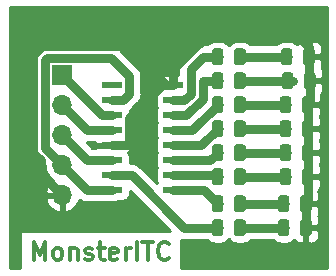
<source format=gbr>
G04 #@! TF.GenerationSoftware,KiCad,Pcbnew,(5.1.2)-2*
G04 #@! TF.CreationDate,2019-10-26T09:12:10-10:00*
G04 #@! TF.ProjectId,74HC595N_smd,37344843-3539-4354-9e5f-736d642e6b69,rev?*
G04 #@! TF.SameCoordinates,Original*
G04 #@! TF.FileFunction,Copper,L1,Top*
G04 #@! TF.FilePolarity,Positive*
%FSLAX46Y46*%
G04 Gerber Fmt 4.6, Leading zero omitted, Abs format (unit mm)*
G04 Created by KiCad (PCBNEW (5.1.2)-2) date 2019-10-26 09:12:10*
%MOMM*%
%LPD*%
G04 APERTURE LIST*
%ADD10C,0.300000*%
%ADD11C,0.100000*%
%ADD12C,0.975000*%
%ADD13R,1.700000X1.700000*%
%ADD14O,1.700000X1.700000*%
%ADD15R,1.701800X0.533400*%
%ADD16C,0.800000*%
%ADD17C,0.254000*%
G04 APERTURE END LIST*
D10*
X83729428Y-47414571D02*
X83729428Y-45914571D01*
X84229428Y-46986000D01*
X84729428Y-45914571D01*
X84729428Y-47414571D01*
X85658000Y-47414571D02*
X85515142Y-47343142D01*
X85443714Y-47271714D01*
X85372285Y-47128857D01*
X85372285Y-46700285D01*
X85443714Y-46557428D01*
X85515142Y-46486000D01*
X85658000Y-46414571D01*
X85872285Y-46414571D01*
X86015142Y-46486000D01*
X86086571Y-46557428D01*
X86158000Y-46700285D01*
X86158000Y-47128857D01*
X86086571Y-47271714D01*
X86015142Y-47343142D01*
X85872285Y-47414571D01*
X85658000Y-47414571D01*
X86800857Y-46414571D02*
X86800857Y-47414571D01*
X86800857Y-46557428D02*
X86872285Y-46486000D01*
X87015142Y-46414571D01*
X87229428Y-46414571D01*
X87372285Y-46486000D01*
X87443714Y-46628857D01*
X87443714Y-47414571D01*
X88086571Y-47343142D02*
X88229428Y-47414571D01*
X88515142Y-47414571D01*
X88658000Y-47343142D01*
X88729428Y-47200285D01*
X88729428Y-47128857D01*
X88658000Y-46986000D01*
X88515142Y-46914571D01*
X88300857Y-46914571D01*
X88158000Y-46843142D01*
X88086571Y-46700285D01*
X88086571Y-46628857D01*
X88158000Y-46486000D01*
X88300857Y-46414571D01*
X88515142Y-46414571D01*
X88658000Y-46486000D01*
X89158000Y-46414571D02*
X89729428Y-46414571D01*
X89372285Y-45914571D02*
X89372285Y-47200285D01*
X89443714Y-47343142D01*
X89586571Y-47414571D01*
X89729428Y-47414571D01*
X90800857Y-47343142D02*
X90658000Y-47414571D01*
X90372285Y-47414571D01*
X90229428Y-47343142D01*
X90158000Y-47200285D01*
X90158000Y-46628857D01*
X90229428Y-46486000D01*
X90372285Y-46414571D01*
X90658000Y-46414571D01*
X90800857Y-46486000D01*
X90872285Y-46628857D01*
X90872285Y-46771714D01*
X90158000Y-46914571D01*
X91515142Y-47414571D02*
X91515142Y-46414571D01*
X91515142Y-46700285D02*
X91586571Y-46557428D01*
X91658000Y-46486000D01*
X91800857Y-46414571D01*
X91943714Y-46414571D01*
X92443714Y-47414571D02*
X92443714Y-45914571D01*
X92943714Y-45914571D02*
X93800857Y-45914571D01*
X93372285Y-47414571D02*
X93372285Y-45914571D01*
X95158000Y-47271714D02*
X95086571Y-47343142D01*
X94872285Y-47414571D01*
X94729428Y-47414571D01*
X94515142Y-47343142D01*
X94372285Y-47200285D01*
X94300857Y-47057428D01*
X94229428Y-46771714D01*
X94229428Y-46557428D01*
X94300857Y-46271714D01*
X94372285Y-46128857D01*
X94515142Y-45986000D01*
X94729428Y-45914571D01*
X94872285Y-45914571D01*
X95086571Y-45986000D01*
X95158000Y-46057428D01*
D11*
G36*
X105169642Y-44005174D02*
G01*
X105193303Y-44008684D01*
X105216507Y-44014496D01*
X105239029Y-44022554D01*
X105260653Y-44032782D01*
X105281170Y-44045079D01*
X105300383Y-44059329D01*
X105318107Y-44075393D01*
X105334171Y-44093117D01*
X105348421Y-44112330D01*
X105360718Y-44132847D01*
X105370946Y-44154471D01*
X105379004Y-44176993D01*
X105384816Y-44200197D01*
X105388326Y-44223858D01*
X105389500Y-44247750D01*
X105389500Y-45160250D01*
X105388326Y-45184142D01*
X105384816Y-45207803D01*
X105379004Y-45231007D01*
X105370946Y-45253529D01*
X105360718Y-45275153D01*
X105348421Y-45295670D01*
X105334171Y-45314883D01*
X105318107Y-45332607D01*
X105300383Y-45348671D01*
X105281170Y-45362921D01*
X105260653Y-45375218D01*
X105239029Y-45385446D01*
X105216507Y-45393504D01*
X105193303Y-45399316D01*
X105169642Y-45402826D01*
X105145750Y-45404000D01*
X104658250Y-45404000D01*
X104634358Y-45402826D01*
X104610697Y-45399316D01*
X104587493Y-45393504D01*
X104564971Y-45385446D01*
X104543347Y-45375218D01*
X104522830Y-45362921D01*
X104503617Y-45348671D01*
X104485893Y-45332607D01*
X104469829Y-45314883D01*
X104455579Y-45295670D01*
X104443282Y-45275153D01*
X104433054Y-45253529D01*
X104424996Y-45231007D01*
X104419184Y-45207803D01*
X104415674Y-45184142D01*
X104414500Y-45160250D01*
X104414500Y-44247750D01*
X104415674Y-44223858D01*
X104419184Y-44200197D01*
X104424996Y-44176993D01*
X104433054Y-44154471D01*
X104443282Y-44132847D01*
X104455579Y-44112330D01*
X104469829Y-44093117D01*
X104485893Y-44075393D01*
X104503617Y-44059329D01*
X104522830Y-44045079D01*
X104543347Y-44032782D01*
X104564971Y-44022554D01*
X104587493Y-44014496D01*
X104610697Y-44008684D01*
X104634358Y-44005174D01*
X104658250Y-44004000D01*
X105145750Y-44004000D01*
X105169642Y-44005174D01*
X105169642Y-44005174D01*
G37*
D12*
X104902000Y-44704000D03*
D11*
G36*
X107044642Y-44005174D02*
G01*
X107068303Y-44008684D01*
X107091507Y-44014496D01*
X107114029Y-44022554D01*
X107135653Y-44032782D01*
X107156170Y-44045079D01*
X107175383Y-44059329D01*
X107193107Y-44075393D01*
X107209171Y-44093117D01*
X107223421Y-44112330D01*
X107235718Y-44132847D01*
X107245946Y-44154471D01*
X107254004Y-44176993D01*
X107259816Y-44200197D01*
X107263326Y-44223858D01*
X107264500Y-44247750D01*
X107264500Y-45160250D01*
X107263326Y-45184142D01*
X107259816Y-45207803D01*
X107254004Y-45231007D01*
X107245946Y-45253529D01*
X107235718Y-45275153D01*
X107223421Y-45295670D01*
X107209171Y-45314883D01*
X107193107Y-45332607D01*
X107175383Y-45348671D01*
X107156170Y-45362921D01*
X107135653Y-45375218D01*
X107114029Y-45385446D01*
X107091507Y-45393504D01*
X107068303Y-45399316D01*
X107044642Y-45402826D01*
X107020750Y-45404000D01*
X106533250Y-45404000D01*
X106509358Y-45402826D01*
X106485697Y-45399316D01*
X106462493Y-45393504D01*
X106439971Y-45385446D01*
X106418347Y-45375218D01*
X106397830Y-45362921D01*
X106378617Y-45348671D01*
X106360893Y-45332607D01*
X106344829Y-45314883D01*
X106330579Y-45295670D01*
X106318282Y-45275153D01*
X106308054Y-45253529D01*
X106299996Y-45231007D01*
X106294184Y-45207803D01*
X106290674Y-45184142D01*
X106289500Y-45160250D01*
X106289500Y-44247750D01*
X106290674Y-44223858D01*
X106294184Y-44200197D01*
X106299996Y-44176993D01*
X106308054Y-44154471D01*
X106318282Y-44132847D01*
X106330579Y-44112330D01*
X106344829Y-44093117D01*
X106360893Y-44075393D01*
X106378617Y-44059329D01*
X106397830Y-44045079D01*
X106418347Y-44032782D01*
X106439971Y-44022554D01*
X106462493Y-44014496D01*
X106485697Y-44008684D01*
X106509358Y-44005174D01*
X106533250Y-44004000D01*
X107020750Y-44004000D01*
X107044642Y-44005174D01*
X107044642Y-44005174D01*
G37*
D12*
X106777000Y-44704000D03*
D11*
G36*
X107044642Y-41973174D02*
G01*
X107068303Y-41976684D01*
X107091507Y-41982496D01*
X107114029Y-41990554D01*
X107135653Y-42000782D01*
X107156170Y-42013079D01*
X107175383Y-42027329D01*
X107193107Y-42043393D01*
X107209171Y-42061117D01*
X107223421Y-42080330D01*
X107235718Y-42100847D01*
X107245946Y-42122471D01*
X107254004Y-42144993D01*
X107259816Y-42168197D01*
X107263326Y-42191858D01*
X107264500Y-42215750D01*
X107264500Y-43128250D01*
X107263326Y-43152142D01*
X107259816Y-43175803D01*
X107254004Y-43199007D01*
X107245946Y-43221529D01*
X107235718Y-43243153D01*
X107223421Y-43263670D01*
X107209171Y-43282883D01*
X107193107Y-43300607D01*
X107175383Y-43316671D01*
X107156170Y-43330921D01*
X107135653Y-43343218D01*
X107114029Y-43353446D01*
X107091507Y-43361504D01*
X107068303Y-43367316D01*
X107044642Y-43370826D01*
X107020750Y-43372000D01*
X106533250Y-43372000D01*
X106509358Y-43370826D01*
X106485697Y-43367316D01*
X106462493Y-43361504D01*
X106439971Y-43353446D01*
X106418347Y-43343218D01*
X106397830Y-43330921D01*
X106378617Y-43316671D01*
X106360893Y-43300607D01*
X106344829Y-43282883D01*
X106330579Y-43263670D01*
X106318282Y-43243153D01*
X106308054Y-43221529D01*
X106299996Y-43199007D01*
X106294184Y-43175803D01*
X106290674Y-43152142D01*
X106289500Y-43128250D01*
X106289500Y-42215750D01*
X106290674Y-42191858D01*
X106294184Y-42168197D01*
X106299996Y-42144993D01*
X106308054Y-42122471D01*
X106318282Y-42100847D01*
X106330579Y-42080330D01*
X106344829Y-42061117D01*
X106360893Y-42043393D01*
X106378617Y-42027329D01*
X106397830Y-42013079D01*
X106418347Y-42000782D01*
X106439971Y-41990554D01*
X106462493Y-41982496D01*
X106485697Y-41976684D01*
X106509358Y-41973174D01*
X106533250Y-41972000D01*
X107020750Y-41972000D01*
X107044642Y-41973174D01*
X107044642Y-41973174D01*
G37*
D12*
X106777000Y-42672000D03*
D11*
G36*
X105169642Y-41973174D02*
G01*
X105193303Y-41976684D01*
X105216507Y-41982496D01*
X105239029Y-41990554D01*
X105260653Y-42000782D01*
X105281170Y-42013079D01*
X105300383Y-42027329D01*
X105318107Y-42043393D01*
X105334171Y-42061117D01*
X105348421Y-42080330D01*
X105360718Y-42100847D01*
X105370946Y-42122471D01*
X105379004Y-42144993D01*
X105384816Y-42168197D01*
X105388326Y-42191858D01*
X105389500Y-42215750D01*
X105389500Y-43128250D01*
X105388326Y-43152142D01*
X105384816Y-43175803D01*
X105379004Y-43199007D01*
X105370946Y-43221529D01*
X105360718Y-43243153D01*
X105348421Y-43263670D01*
X105334171Y-43282883D01*
X105318107Y-43300607D01*
X105300383Y-43316671D01*
X105281170Y-43330921D01*
X105260653Y-43343218D01*
X105239029Y-43353446D01*
X105216507Y-43361504D01*
X105193303Y-43367316D01*
X105169642Y-43370826D01*
X105145750Y-43372000D01*
X104658250Y-43372000D01*
X104634358Y-43370826D01*
X104610697Y-43367316D01*
X104587493Y-43361504D01*
X104564971Y-43353446D01*
X104543347Y-43343218D01*
X104522830Y-43330921D01*
X104503617Y-43316671D01*
X104485893Y-43300607D01*
X104469829Y-43282883D01*
X104455579Y-43263670D01*
X104443282Y-43243153D01*
X104433054Y-43221529D01*
X104424996Y-43199007D01*
X104419184Y-43175803D01*
X104415674Y-43152142D01*
X104414500Y-43128250D01*
X104414500Y-42215750D01*
X104415674Y-42191858D01*
X104419184Y-42168197D01*
X104424996Y-42144993D01*
X104433054Y-42122471D01*
X104443282Y-42100847D01*
X104455579Y-42080330D01*
X104469829Y-42061117D01*
X104485893Y-42043393D01*
X104503617Y-42027329D01*
X104522830Y-42013079D01*
X104543347Y-42000782D01*
X104564971Y-41990554D01*
X104587493Y-41982496D01*
X104610697Y-41976684D01*
X104634358Y-41973174D01*
X104658250Y-41972000D01*
X105145750Y-41972000D01*
X105169642Y-41973174D01*
X105169642Y-41973174D01*
G37*
D12*
X104902000Y-42672000D03*
D11*
G36*
X105326642Y-39687174D02*
G01*
X105350303Y-39690684D01*
X105373507Y-39696496D01*
X105396029Y-39704554D01*
X105417653Y-39714782D01*
X105438170Y-39727079D01*
X105457383Y-39741329D01*
X105475107Y-39757393D01*
X105491171Y-39775117D01*
X105505421Y-39794330D01*
X105517718Y-39814847D01*
X105527946Y-39836471D01*
X105536004Y-39858993D01*
X105541816Y-39882197D01*
X105545326Y-39905858D01*
X105546500Y-39929750D01*
X105546500Y-40842250D01*
X105545326Y-40866142D01*
X105541816Y-40889803D01*
X105536004Y-40913007D01*
X105527946Y-40935529D01*
X105517718Y-40957153D01*
X105505421Y-40977670D01*
X105491171Y-40996883D01*
X105475107Y-41014607D01*
X105457383Y-41030671D01*
X105438170Y-41044921D01*
X105417653Y-41057218D01*
X105396029Y-41067446D01*
X105373507Y-41075504D01*
X105350303Y-41081316D01*
X105326642Y-41084826D01*
X105302750Y-41086000D01*
X104815250Y-41086000D01*
X104791358Y-41084826D01*
X104767697Y-41081316D01*
X104744493Y-41075504D01*
X104721971Y-41067446D01*
X104700347Y-41057218D01*
X104679830Y-41044921D01*
X104660617Y-41030671D01*
X104642893Y-41014607D01*
X104626829Y-40996883D01*
X104612579Y-40977670D01*
X104600282Y-40957153D01*
X104590054Y-40935529D01*
X104581996Y-40913007D01*
X104576184Y-40889803D01*
X104572674Y-40866142D01*
X104571500Y-40842250D01*
X104571500Y-39929750D01*
X104572674Y-39905858D01*
X104576184Y-39882197D01*
X104581996Y-39858993D01*
X104590054Y-39836471D01*
X104600282Y-39814847D01*
X104612579Y-39794330D01*
X104626829Y-39775117D01*
X104642893Y-39757393D01*
X104660617Y-39741329D01*
X104679830Y-39727079D01*
X104700347Y-39714782D01*
X104721971Y-39704554D01*
X104744493Y-39696496D01*
X104767697Y-39690684D01*
X104791358Y-39687174D01*
X104815250Y-39686000D01*
X105302750Y-39686000D01*
X105326642Y-39687174D01*
X105326642Y-39687174D01*
G37*
D12*
X105059000Y-40386000D03*
D11*
G36*
X107201642Y-39687174D02*
G01*
X107225303Y-39690684D01*
X107248507Y-39696496D01*
X107271029Y-39704554D01*
X107292653Y-39714782D01*
X107313170Y-39727079D01*
X107332383Y-39741329D01*
X107350107Y-39757393D01*
X107366171Y-39775117D01*
X107380421Y-39794330D01*
X107392718Y-39814847D01*
X107402946Y-39836471D01*
X107411004Y-39858993D01*
X107416816Y-39882197D01*
X107420326Y-39905858D01*
X107421500Y-39929750D01*
X107421500Y-40842250D01*
X107420326Y-40866142D01*
X107416816Y-40889803D01*
X107411004Y-40913007D01*
X107402946Y-40935529D01*
X107392718Y-40957153D01*
X107380421Y-40977670D01*
X107366171Y-40996883D01*
X107350107Y-41014607D01*
X107332383Y-41030671D01*
X107313170Y-41044921D01*
X107292653Y-41057218D01*
X107271029Y-41067446D01*
X107248507Y-41075504D01*
X107225303Y-41081316D01*
X107201642Y-41084826D01*
X107177750Y-41086000D01*
X106690250Y-41086000D01*
X106666358Y-41084826D01*
X106642697Y-41081316D01*
X106619493Y-41075504D01*
X106596971Y-41067446D01*
X106575347Y-41057218D01*
X106554830Y-41044921D01*
X106535617Y-41030671D01*
X106517893Y-41014607D01*
X106501829Y-40996883D01*
X106487579Y-40977670D01*
X106475282Y-40957153D01*
X106465054Y-40935529D01*
X106456996Y-40913007D01*
X106451184Y-40889803D01*
X106447674Y-40866142D01*
X106446500Y-40842250D01*
X106446500Y-39929750D01*
X106447674Y-39905858D01*
X106451184Y-39882197D01*
X106456996Y-39858993D01*
X106465054Y-39836471D01*
X106475282Y-39814847D01*
X106487579Y-39794330D01*
X106501829Y-39775117D01*
X106517893Y-39757393D01*
X106535617Y-39741329D01*
X106554830Y-39727079D01*
X106575347Y-39714782D01*
X106596971Y-39704554D01*
X106619493Y-39696496D01*
X106642697Y-39690684D01*
X106666358Y-39687174D01*
X106690250Y-39686000D01*
X107177750Y-39686000D01*
X107201642Y-39687174D01*
X107201642Y-39687174D01*
G37*
D12*
X106934000Y-40386000D03*
D11*
G36*
X107201642Y-37655174D02*
G01*
X107225303Y-37658684D01*
X107248507Y-37664496D01*
X107271029Y-37672554D01*
X107292653Y-37682782D01*
X107313170Y-37695079D01*
X107332383Y-37709329D01*
X107350107Y-37725393D01*
X107366171Y-37743117D01*
X107380421Y-37762330D01*
X107392718Y-37782847D01*
X107402946Y-37804471D01*
X107411004Y-37826993D01*
X107416816Y-37850197D01*
X107420326Y-37873858D01*
X107421500Y-37897750D01*
X107421500Y-38810250D01*
X107420326Y-38834142D01*
X107416816Y-38857803D01*
X107411004Y-38881007D01*
X107402946Y-38903529D01*
X107392718Y-38925153D01*
X107380421Y-38945670D01*
X107366171Y-38964883D01*
X107350107Y-38982607D01*
X107332383Y-38998671D01*
X107313170Y-39012921D01*
X107292653Y-39025218D01*
X107271029Y-39035446D01*
X107248507Y-39043504D01*
X107225303Y-39049316D01*
X107201642Y-39052826D01*
X107177750Y-39054000D01*
X106690250Y-39054000D01*
X106666358Y-39052826D01*
X106642697Y-39049316D01*
X106619493Y-39043504D01*
X106596971Y-39035446D01*
X106575347Y-39025218D01*
X106554830Y-39012921D01*
X106535617Y-38998671D01*
X106517893Y-38982607D01*
X106501829Y-38964883D01*
X106487579Y-38945670D01*
X106475282Y-38925153D01*
X106465054Y-38903529D01*
X106456996Y-38881007D01*
X106451184Y-38857803D01*
X106447674Y-38834142D01*
X106446500Y-38810250D01*
X106446500Y-37897750D01*
X106447674Y-37873858D01*
X106451184Y-37850197D01*
X106456996Y-37826993D01*
X106465054Y-37804471D01*
X106475282Y-37782847D01*
X106487579Y-37762330D01*
X106501829Y-37743117D01*
X106517893Y-37725393D01*
X106535617Y-37709329D01*
X106554830Y-37695079D01*
X106575347Y-37682782D01*
X106596971Y-37672554D01*
X106619493Y-37664496D01*
X106642697Y-37658684D01*
X106666358Y-37655174D01*
X106690250Y-37654000D01*
X107177750Y-37654000D01*
X107201642Y-37655174D01*
X107201642Y-37655174D01*
G37*
D12*
X106934000Y-38354000D03*
D11*
G36*
X105326642Y-37655174D02*
G01*
X105350303Y-37658684D01*
X105373507Y-37664496D01*
X105396029Y-37672554D01*
X105417653Y-37682782D01*
X105438170Y-37695079D01*
X105457383Y-37709329D01*
X105475107Y-37725393D01*
X105491171Y-37743117D01*
X105505421Y-37762330D01*
X105517718Y-37782847D01*
X105527946Y-37804471D01*
X105536004Y-37826993D01*
X105541816Y-37850197D01*
X105545326Y-37873858D01*
X105546500Y-37897750D01*
X105546500Y-38810250D01*
X105545326Y-38834142D01*
X105541816Y-38857803D01*
X105536004Y-38881007D01*
X105527946Y-38903529D01*
X105517718Y-38925153D01*
X105505421Y-38945670D01*
X105491171Y-38964883D01*
X105475107Y-38982607D01*
X105457383Y-38998671D01*
X105438170Y-39012921D01*
X105417653Y-39025218D01*
X105396029Y-39035446D01*
X105373507Y-39043504D01*
X105350303Y-39049316D01*
X105326642Y-39052826D01*
X105302750Y-39054000D01*
X104815250Y-39054000D01*
X104791358Y-39052826D01*
X104767697Y-39049316D01*
X104744493Y-39043504D01*
X104721971Y-39035446D01*
X104700347Y-39025218D01*
X104679830Y-39012921D01*
X104660617Y-38998671D01*
X104642893Y-38982607D01*
X104626829Y-38964883D01*
X104612579Y-38945670D01*
X104600282Y-38925153D01*
X104590054Y-38903529D01*
X104581996Y-38881007D01*
X104576184Y-38857803D01*
X104572674Y-38834142D01*
X104571500Y-38810250D01*
X104571500Y-37897750D01*
X104572674Y-37873858D01*
X104576184Y-37850197D01*
X104581996Y-37826993D01*
X104590054Y-37804471D01*
X104600282Y-37782847D01*
X104612579Y-37762330D01*
X104626829Y-37743117D01*
X104642893Y-37725393D01*
X104660617Y-37709329D01*
X104679830Y-37695079D01*
X104700347Y-37682782D01*
X104721971Y-37672554D01*
X104744493Y-37664496D01*
X104767697Y-37658684D01*
X104791358Y-37655174D01*
X104815250Y-37654000D01*
X105302750Y-37654000D01*
X105326642Y-37655174D01*
X105326642Y-37655174D01*
G37*
D12*
X105059000Y-38354000D03*
D11*
G36*
X105326642Y-35623174D02*
G01*
X105350303Y-35626684D01*
X105373507Y-35632496D01*
X105396029Y-35640554D01*
X105417653Y-35650782D01*
X105438170Y-35663079D01*
X105457383Y-35677329D01*
X105475107Y-35693393D01*
X105491171Y-35711117D01*
X105505421Y-35730330D01*
X105517718Y-35750847D01*
X105527946Y-35772471D01*
X105536004Y-35794993D01*
X105541816Y-35818197D01*
X105545326Y-35841858D01*
X105546500Y-35865750D01*
X105546500Y-36778250D01*
X105545326Y-36802142D01*
X105541816Y-36825803D01*
X105536004Y-36849007D01*
X105527946Y-36871529D01*
X105517718Y-36893153D01*
X105505421Y-36913670D01*
X105491171Y-36932883D01*
X105475107Y-36950607D01*
X105457383Y-36966671D01*
X105438170Y-36980921D01*
X105417653Y-36993218D01*
X105396029Y-37003446D01*
X105373507Y-37011504D01*
X105350303Y-37017316D01*
X105326642Y-37020826D01*
X105302750Y-37022000D01*
X104815250Y-37022000D01*
X104791358Y-37020826D01*
X104767697Y-37017316D01*
X104744493Y-37011504D01*
X104721971Y-37003446D01*
X104700347Y-36993218D01*
X104679830Y-36980921D01*
X104660617Y-36966671D01*
X104642893Y-36950607D01*
X104626829Y-36932883D01*
X104612579Y-36913670D01*
X104600282Y-36893153D01*
X104590054Y-36871529D01*
X104581996Y-36849007D01*
X104576184Y-36825803D01*
X104572674Y-36802142D01*
X104571500Y-36778250D01*
X104571500Y-35865750D01*
X104572674Y-35841858D01*
X104576184Y-35818197D01*
X104581996Y-35794993D01*
X104590054Y-35772471D01*
X104600282Y-35750847D01*
X104612579Y-35730330D01*
X104626829Y-35711117D01*
X104642893Y-35693393D01*
X104660617Y-35677329D01*
X104679830Y-35663079D01*
X104700347Y-35650782D01*
X104721971Y-35640554D01*
X104744493Y-35632496D01*
X104767697Y-35626684D01*
X104791358Y-35623174D01*
X104815250Y-35622000D01*
X105302750Y-35622000D01*
X105326642Y-35623174D01*
X105326642Y-35623174D01*
G37*
D12*
X105059000Y-36322000D03*
D11*
G36*
X107201642Y-35623174D02*
G01*
X107225303Y-35626684D01*
X107248507Y-35632496D01*
X107271029Y-35640554D01*
X107292653Y-35650782D01*
X107313170Y-35663079D01*
X107332383Y-35677329D01*
X107350107Y-35693393D01*
X107366171Y-35711117D01*
X107380421Y-35730330D01*
X107392718Y-35750847D01*
X107402946Y-35772471D01*
X107411004Y-35794993D01*
X107416816Y-35818197D01*
X107420326Y-35841858D01*
X107421500Y-35865750D01*
X107421500Y-36778250D01*
X107420326Y-36802142D01*
X107416816Y-36825803D01*
X107411004Y-36849007D01*
X107402946Y-36871529D01*
X107392718Y-36893153D01*
X107380421Y-36913670D01*
X107366171Y-36932883D01*
X107350107Y-36950607D01*
X107332383Y-36966671D01*
X107313170Y-36980921D01*
X107292653Y-36993218D01*
X107271029Y-37003446D01*
X107248507Y-37011504D01*
X107225303Y-37017316D01*
X107201642Y-37020826D01*
X107177750Y-37022000D01*
X106690250Y-37022000D01*
X106666358Y-37020826D01*
X106642697Y-37017316D01*
X106619493Y-37011504D01*
X106596971Y-37003446D01*
X106575347Y-36993218D01*
X106554830Y-36980921D01*
X106535617Y-36966671D01*
X106517893Y-36950607D01*
X106501829Y-36932883D01*
X106487579Y-36913670D01*
X106475282Y-36893153D01*
X106465054Y-36871529D01*
X106456996Y-36849007D01*
X106451184Y-36825803D01*
X106447674Y-36802142D01*
X106446500Y-36778250D01*
X106446500Y-35865750D01*
X106447674Y-35841858D01*
X106451184Y-35818197D01*
X106456996Y-35794993D01*
X106465054Y-35772471D01*
X106475282Y-35750847D01*
X106487579Y-35730330D01*
X106501829Y-35711117D01*
X106517893Y-35693393D01*
X106535617Y-35677329D01*
X106554830Y-35663079D01*
X106575347Y-35650782D01*
X106596971Y-35640554D01*
X106619493Y-35632496D01*
X106642697Y-35626684D01*
X106666358Y-35623174D01*
X106690250Y-35622000D01*
X107177750Y-35622000D01*
X107201642Y-35623174D01*
X107201642Y-35623174D01*
G37*
D12*
X106934000Y-36322000D03*
D11*
G36*
X107201642Y-33591174D02*
G01*
X107225303Y-33594684D01*
X107248507Y-33600496D01*
X107271029Y-33608554D01*
X107292653Y-33618782D01*
X107313170Y-33631079D01*
X107332383Y-33645329D01*
X107350107Y-33661393D01*
X107366171Y-33679117D01*
X107380421Y-33698330D01*
X107392718Y-33718847D01*
X107402946Y-33740471D01*
X107411004Y-33762993D01*
X107416816Y-33786197D01*
X107420326Y-33809858D01*
X107421500Y-33833750D01*
X107421500Y-34746250D01*
X107420326Y-34770142D01*
X107416816Y-34793803D01*
X107411004Y-34817007D01*
X107402946Y-34839529D01*
X107392718Y-34861153D01*
X107380421Y-34881670D01*
X107366171Y-34900883D01*
X107350107Y-34918607D01*
X107332383Y-34934671D01*
X107313170Y-34948921D01*
X107292653Y-34961218D01*
X107271029Y-34971446D01*
X107248507Y-34979504D01*
X107225303Y-34985316D01*
X107201642Y-34988826D01*
X107177750Y-34990000D01*
X106690250Y-34990000D01*
X106666358Y-34988826D01*
X106642697Y-34985316D01*
X106619493Y-34979504D01*
X106596971Y-34971446D01*
X106575347Y-34961218D01*
X106554830Y-34948921D01*
X106535617Y-34934671D01*
X106517893Y-34918607D01*
X106501829Y-34900883D01*
X106487579Y-34881670D01*
X106475282Y-34861153D01*
X106465054Y-34839529D01*
X106456996Y-34817007D01*
X106451184Y-34793803D01*
X106447674Y-34770142D01*
X106446500Y-34746250D01*
X106446500Y-33833750D01*
X106447674Y-33809858D01*
X106451184Y-33786197D01*
X106456996Y-33762993D01*
X106465054Y-33740471D01*
X106475282Y-33718847D01*
X106487579Y-33698330D01*
X106501829Y-33679117D01*
X106517893Y-33661393D01*
X106535617Y-33645329D01*
X106554830Y-33631079D01*
X106575347Y-33618782D01*
X106596971Y-33608554D01*
X106619493Y-33600496D01*
X106642697Y-33594684D01*
X106666358Y-33591174D01*
X106690250Y-33590000D01*
X107177750Y-33590000D01*
X107201642Y-33591174D01*
X107201642Y-33591174D01*
G37*
D12*
X106934000Y-34290000D03*
D11*
G36*
X105326642Y-33591174D02*
G01*
X105350303Y-33594684D01*
X105373507Y-33600496D01*
X105396029Y-33608554D01*
X105417653Y-33618782D01*
X105438170Y-33631079D01*
X105457383Y-33645329D01*
X105475107Y-33661393D01*
X105491171Y-33679117D01*
X105505421Y-33698330D01*
X105517718Y-33718847D01*
X105527946Y-33740471D01*
X105536004Y-33762993D01*
X105541816Y-33786197D01*
X105545326Y-33809858D01*
X105546500Y-33833750D01*
X105546500Y-34746250D01*
X105545326Y-34770142D01*
X105541816Y-34793803D01*
X105536004Y-34817007D01*
X105527946Y-34839529D01*
X105517718Y-34861153D01*
X105505421Y-34881670D01*
X105491171Y-34900883D01*
X105475107Y-34918607D01*
X105457383Y-34934671D01*
X105438170Y-34948921D01*
X105417653Y-34961218D01*
X105396029Y-34971446D01*
X105373507Y-34979504D01*
X105350303Y-34985316D01*
X105326642Y-34988826D01*
X105302750Y-34990000D01*
X104815250Y-34990000D01*
X104791358Y-34988826D01*
X104767697Y-34985316D01*
X104744493Y-34979504D01*
X104721971Y-34971446D01*
X104700347Y-34961218D01*
X104679830Y-34948921D01*
X104660617Y-34934671D01*
X104642893Y-34918607D01*
X104626829Y-34900883D01*
X104612579Y-34881670D01*
X104600282Y-34861153D01*
X104590054Y-34839529D01*
X104581996Y-34817007D01*
X104576184Y-34793803D01*
X104572674Y-34770142D01*
X104571500Y-34746250D01*
X104571500Y-33833750D01*
X104572674Y-33809858D01*
X104576184Y-33786197D01*
X104581996Y-33762993D01*
X104590054Y-33740471D01*
X104600282Y-33718847D01*
X104612579Y-33698330D01*
X104626829Y-33679117D01*
X104642893Y-33661393D01*
X104660617Y-33645329D01*
X104679830Y-33631079D01*
X104700347Y-33618782D01*
X104721971Y-33608554D01*
X104744493Y-33600496D01*
X104767697Y-33594684D01*
X104791358Y-33591174D01*
X104815250Y-33590000D01*
X105302750Y-33590000D01*
X105326642Y-33591174D01*
X105326642Y-33591174D01*
G37*
D12*
X105059000Y-34290000D03*
D11*
G36*
X105502142Y-31559174D02*
G01*
X105525803Y-31562684D01*
X105549007Y-31568496D01*
X105571529Y-31576554D01*
X105593153Y-31586782D01*
X105613670Y-31599079D01*
X105632883Y-31613329D01*
X105650607Y-31629393D01*
X105666671Y-31647117D01*
X105680921Y-31666330D01*
X105693218Y-31686847D01*
X105703446Y-31708471D01*
X105711504Y-31730993D01*
X105717316Y-31754197D01*
X105720826Y-31777858D01*
X105722000Y-31801750D01*
X105722000Y-32714250D01*
X105720826Y-32738142D01*
X105717316Y-32761803D01*
X105711504Y-32785007D01*
X105703446Y-32807529D01*
X105693218Y-32829153D01*
X105680921Y-32849670D01*
X105666671Y-32868883D01*
X105650607Y-32886607D01*
X105632883Y-32902671D01*
X105613670Y-32916921D01*
X105593153Y-32929218D01*
X105571529Y-32939446D01*
X105549007Y-32947504D01*
X105525803Y-32953316D01*
X105502142Y-32956826D01*
X105478250Y-32958000D01*
X104990750Y-32958000D01*
X104966858Y-32956826D01*
X104943197Y-32953316D01*
X104919993Y-32947504D01*
X104897471Y-32939446D01*
X104875847Y-32929218D01*
X104855330Y-32916921D01*
X104836117Y-32902671D01*
X104818393Y-32886607D01*
X104802329Y-32868883D01*
X104788079Y-32849670D01*
X104775782Y-32829153D01*
X104765554Y-32807529D01*
X104757496Y-32785007D01*
X104751684Y-32761803D01*
X104748174Y-32738142D01*
X104747000Y-32714250D01*
X104747000Y-31801750D01*
X104748174Y-31777858D01*
X104751684Y-31754197D01*
X104757496Y-31730993D01*
X104765554Y-31708471D01*
X104775782Y-31686847D01*
X104788079Y-31666330D01*
X104802329Y-31647117D01*
X104818393Y-31629393D01*
X104836117Y-31613329D01*
X104855330Y-31599079D01*
X104875847Y-31586782D01*
X104897471Y-31576554D01*
X104919993Y-31568496D01*
X104943197Y-31562684D01*
X104966858Y-31559174D01*
X104990750Y-31558000D01*
X105478250Y-31558000D01*
X105502142Y-31559174D01*
X105502142Y-31559174D01*
G37*
D12*
X105234500Y-32258000D03*
D11*
G36*
X107377142Y-31559174D02*
G01*
X107400803Y-31562684D01*
X107424007Y-31568496D01*
X107446529Y-31576554D01*
X107468153Y-31586782D01*
X107488670Y-31599079D01*
X107507883Y-31613329D01*
X107525607Y-31629393D01*
X107541671Y-31647117D01*
X107555921Y-31666330D01*
X107568218Y-31686847D01*
X107578446Y-31708471D01*
X107586504Y-31730993D01*
X107592316Y-31754197D01*
X107595826Y-31777858D01*
X107597000Y-31801750D01*
X107597000Y-32714250D01*
X107595826Y-32738142D01*
X107592316Y-32761803D01*
X107586504Y-32785007D01*
X107578446Y-32807529D01*
X107568218Y-32829153D01*
X107555921Y-32849670D01*
X107541671Y-32868883D01*
X107525607Y-32886607D01*
X107507883Y-32902671D01*
X107488670Y-32916921D01*
X107468153Y-32929218D01*
X107446529Y-32939446D01*
X107424007Y-32947504D01*
X107400803Y-32953316D01*
X107377142Y-32956826D01*
X107353250Y-32958000D01*
X106865750Y-32958000D01*
X106841858Y-32956826D01*
X106818197Y-32953316D01*
X106794993Y-32947504D01*
X106772471Y-32939446D01*
X106750847Y-32929218D01*
X106730330Y-32916921D01*
X106711117Y-32902671D01*
X106693393Y-32886607D01*
X106677329Y-32868883D01*
X106663079Y-32849670D01*
X106650782Y-32829153D01*
X106640554Y-32807529D01*
X106632496Y-32785007D01*
X106626684Y-32761803D01*
X106623174Y-32738142D01*
X106622000Y-32714250D01*
X106622000Y-31801750D01*
X106623174Y-31777858D01*
X106626684Y-31754197D01*
X106632496Y-31730993D01*
X106640554Y-31708471D01*
X106650782Y-31686847D01*
X106663079Y-31666330D01*
X106677329Y-31647117D01*
X106693393Y-31629393D01*
X106711117Y-31613329D01*
X106730330Y-31599079D01*
X106750847Y-31586782D01*
X106772471Y-31576554D01*
X106794993Y-31568496D01*
X106818197Y-31562684D01*
X106841858Y-31559174D01*
X106865750Y-31558000D01*
X107353250Y-31558000D01*
X107377142Y-31559174D01*
X107377142Y-31559174D01*
G37*
D12*
X107109500Y-32258000D03*
D11*
G36*
X107298642Y-29527174D02*
G01*
X107322303Y-29530684D01*
X107345507Y-29536496D01*
X107368029Y-29544554D01*
X107389653Y-29554782D01*
X107410170Y-29567079D01*
X107429383Y-29581329D01*
X107447107Y-29597393D01*
X107463171Y-29615117D01*
X107477421Y-29634330D01*
X107489718Y-29654847D01*
X107499946Y-29676471D01*
X107508004Y-29698993D01*
X107513816Y-29722197D01*
X107517326Y-29745858D01*
X107518500Y-29769750D01*
X107518500Y-30682250D01*
X107517326Y-30706142D01*
X107513816Y-30729803D01*
X107508004Y-30753007D01*
X107499946Y-30775529D01*
X107489718Y-30797153D01*
X107477421Y-30817670D01*
X107463171Y-30836883D01*
X107447107Y-30854607D01*
X107429383Y-30870671D01*
X107410170Y-30884921D01*
X107389653Y-30897218D01*
X107368029Y-30907446D01*
X107345507Y-30915504D01*
X107322303Y-30921316D01*
X107298642Y-30924826D01*
X107274750Y-30926000D01*
X106787250Y-30926000D01*
X106763358Y-30924826D01*
X106739697Y-30921316D01*
X106716493Y-30915504D01*
X106693971Y-30907446D01*
X106672347Y-30897218D01*
X106651830Y-30884921D01*
X106632617Y-30870671D01*
X106614893Y-30854607D01*
X106598829Y-30836883D01*
X106584579Y-30817670D01*
X106572282Y-30797153D01*
X106562054Y-30775529D01*
X106553996Y-30753007D01*
X106548184Y-30729803D01*
X106544674Y-30706142D01*
X106543500Y-30682250D01*
X106543500Y-29769750D01*
X106544674Y-29745858D01*
X106548184Y-29722197D01*
X106553996Y-29698993D01*
X106562054Y-29676471D01*
X106572282Y-29654847D01*
X106584579Y-29634330D01*
X106598829Y-29615117D01*
X106614893Y-29597393D01*
X106632617Y-29581329D01*
X106651830Y-29567079D01*
X106672347Y-29554782D01*
X106693971Y-29544554D01*
X106716493Y-29536496D01*
X106739697Y-29530684D01*
X106763358Y-29527174D01*
X106787250Y-29526000D01*
X107274750Y-29526000D01*
X107298642Y-29527174D01*
X107298642Y-29527174D01*
G37*
D12*
X107031000Y-30226000D03*
D11*
G36*
X105423642Y-29527174D02*
G01*
X105447303Y-29530684D01*
X105470507Y-29536496D01*
X105493029Y-29544554D01*
X105514653Y-29554782D01*
X105535170Y-29567079D01*
X105554383Y-29581329D01*
X105572107Y-29597393D01*
X105588171Y-29615117D01*
X105602421Y-29634330D01*
X105614718Y-29654847D01*
X105624946Y-29676471D01*
X105633004Y-29698993D01*
X105638816Y-29722197D01*
X105642326Y-29745858D01*
X105643500Y-29769750D01*
X105643500Y-30682250D01*
X105642326Y-30706142D01*
X105638816Y-30729803D01*
X105633004Y-30753007D01*
X105624946Y-30775529D01*
X105614718Y-30797153D01*
X105602421Y-30817670D01*
X105588171Y-30836883D01*
X105572107Y-30854607D01*
X105554383Y-30870671D01*
X105535170Y-30884921D01*
X105514653Y-30897218D01*
X105493029Y-30907446D01*
X105470507Y-30915504D01*
X105447303Y-30921316D01*
X105423642Y-30924826D01*
X105399750Y-30926000D01*
X104912250Y-30926000D01*
X104888358Y-30924826D01*
X104864697Y-30921316D01*
X104841493Y-30915504D01*
X104818971Y-30907446D01*
X104797347Y-30897218D01*
X104776830Y-30884921D01*
X104757617Y-30870671D01*
X104739893Y-30854607D01*
X104723829Y-30836883D01*
X104709579Y-30817670D01*
X104697282Y-30797153D01*
X104687054Y-30775529D01*
X104678996Y-30753007D01*
X104673184Y-30729803D01*
X104669674Y-30706142D01*
X104668500Y-30682250D01*
X104668500Y-29769750D01*
X104669674Y-29745858D01*
X104673184Y-29722197D01*
X104678996Y-29698993D01*
X104687054Y-29676471D01*
X104697282Y-29654847D01*
X104709579Y-29634330D01*
X104723829Y-29615117D01*
X104739893Y-29597393D01*
X104757617Y-29581329D01*
X104776830Y-29567079D01*
X104797347Y-29554782D01*
X104818971Y-29544554D01*
X104841493Y-29536496D01*
X104864697Y-29530684D01*
X104888358Y-29527174D01*
X104912250Y-29526000D01*
X105399750Y-29526000D01*
X105423642Y-29527174D01*
X105423642Y-29527174D01*
G37*
D12*
X105156000Y-30226000D03*
D13*
X86153001Y-31797001D03*
D14*
X86153001Y-34337001D03*
X86153001Y-36877001D03*
X86153001Y-39417001D03*
X86153001Y-41957001D03*
D11*
G36*
X101456642Y-44005174D02*
G01*
X101480303Y-44008684D01*
X101503507Y-44014496D01*
X101526029Y-44022554D01*
X101547653Y-44032782D01*
X101568170Y-44045079D01*
X101587383Y-44059329D01*
X101605107Y-44075393D01*
X101621171Y-44093117D01*
X101635421Y-44112330D01*
X101647718Y-44132847D01*
X101657946Y-44154471D01*
X101666004Y-44176993D01*
X101671816Y-44200197D01*
X101675326Y-44223858D01*
X101676500Y-44247750D01*
X101676500Y-45160250D01*
X101675326Y-45184142D01*
X101671816Y-45207803D01*
X101666004Y-45231007D01*
X101657946Y-45253529D01*
X101647718Y-45275153D01*
X101635421Y-45295670D01*
X101621171Y-45314883D01*
X101605107Y-45332607D01*
X101587383Y-45348671D01*
X101568170Y-45362921D01*
X101547653Y-45375218D01*
X101526029Y-45385446D01*
X101503507Y-45393504D01*
X101480303Y-45399316D01*
X101456642Y-45402826D01*
X101432750Y-45404000D01*
X100945250Y-45404000D01*
X100921358Y-45402826D01*
X100897697Y-45399316D01*
X100874493Y-45393504D01*
X100851971Y-45385446D01*
X100830347Y-45375218D01*
X100809830Y-45362921D01*
X100790617Y-45348671D01*
X100772893Y-45332607D01*
X100756829Y-45314883D01*
X100742579Y-45295670D01*
X100730282Y-45275153D01*
X100720054Y-45253529D01*
X100711996Y-45231007D01*
X100706184Y-45207803D01*
X100702674Y-45184142D01*
X100701500Y-45160250D01*
X100701500Y-44247750D01*
X100702674Y-44223858D01*
X100706184Y-44200197D01*
X100711996Y-44176993D01*
X100720054Y-44154471D01*
X100730282Y-44132847D01*
X100742579Y-44112330D01*
X100756829Y-44093117D01*
X100772893Y-44075393D01*
X100790617Y-44059329D01*
X100809830Y-44045079D01*
X100830347Y-44032782D01*
X100851971Y-44022554D01*
X100874493Y-44014496D01*
X100897697Y-44008684D01*
X100921358Y-44005174D01*
X100945250Y-44004000D01*
X101432750Y-44004000D01*
X101456642Y-44005174D01*
X101456642Y-44005174D01*
G37*
D12*
X101189000Y-44704000D03*
D11*
G36*
X99581642Y-44005174D02*
G01*
X99605303Y-44008684D01*
X99628507Y-44014496D01*
X99651029Y-44022554D01*
X99672653Y-44032782D01*
X99693170Y-44045079D01*
X99712383Y-44059329D01*
X99730107Y-44075393D01*
X99746171Y-44093117D01*
X99760421Y-44112330D01*
X99772718Y-44132847D01*
X99782946Y-44154471D01*
X99791004Y-44176993D01*
X99796816Y-44200197D01*
X99800326Y-44223858D01*
X99801500Y-44247750D01*
X99801500Y-45160250D01*
X99800326Y-45184142D01*
X99796816Y-45207803D01*
X99791004Y-45231007D01*
X99782946Y-45253529D01*
X99772718Y-45275153D01*
X99760421Y-45295670D01*
X99746171Y-45314883D01*
X99730107Y-45332607D01*
X99712383Y-45348671D01*
X99693170Y-45362921D01*
X99672653Y-45375218D01*
X99651029Y-45385446D01*
X99628507Y-45393504D01*
X99605303Y-45399316D01*
X99581642Y-45402826D01*
X99557750Y-45404000D01*
X99070250Y-45404000D01*
X99046358Y-45402826D01*
X99022697Y-45399316D01*
X98999493Y-45393504D01*
X98976971Y-45385446D01*
X98955347Y-45375218D01*
X98934830Y-45362921D01*
X98915617Y-45348671D01*
X98897893Y-45332607D01*
X98881829Y-45314883D01*
X98867579Y-45295670D01*
X98855282Y-45275153D01*
X98845054Y-45253529D01*
X98836996Y-45231007D01*
X98831184Y-45207803D01*
X98827674Y-45184142D01*
X98826500Y-45160250D01*
X98826500Y-44247750D01*
X98827674Y-44223858D01*
X98831184Y-44200197D01*
X98836996Y-44176993D01*
X98845054Y-44154471D01*
X98855282Y-44132847D01*
X98867579Y-44112330D01*
X98881829Y-44093117D01*
X98897893Y-44075393D01*
X98915617Y-44059329D01*
X98934830Y-44045079D01*
X98955347Y-44032782D01*
X98976971Y-44022554D01*
X98999493Y-44014496D01*
X99022697Y-44008684D01*
X99046358Y-44005174D01*
X99070250Y-44004000D01*
X99557750Y-44004000D01*
X99581642Y-44005174D01*
X99581642Y-44005174D01*
G37*
D12*
X99314000Y-44704000D03*
D11*
G36*
X99581642Y-41973174D02*
G01*
X99605303Y-41976684D01*
X99628507Y-41982496D01*
X99651029Y-41990554D01*
X99672653Y-42000782D01*
X99693170Y-42013079D01*
X99712383Y-42027329D01*
X99730107Y-42043393D01*
X99746171Y-42061117D01*
X99760421Y-42080330D01*
X99772718Y-42100847D01*
X99782946Y-42122471D01*
X99791004Y-42144993D01*
X99796816Y-42168197D01*
X99800326Y-42191858D01*
X99801500Y-42215750D01*
X99801500Y-43128250D01*
X99800326Y-43152142D01*
X99796816Y-43175803D01*
X99791004Y-43199007D01*
X99782946Y-43221529D01*
X99772718Y-43243153D01*
X99760421Y-43263670D01*
X99746171Y-43282883D01*
X99730107Y-43300607D01*
X99712383Y-43316671D01*
X99693170Y-43330921D01*
X99672653Y-43343218D01*
X99651029Y-43353446D01*
X99628507Y-43361504D01*
X99605303Y-43367316D01*
X99581642Y-43370826D01*
X99557750Y-43372000D01*
X99070250Y-43372000D01*
X99046358Y-43370826D01*
X99022697Y-43367316D01*
X98999493Y-43361504D01*
X98976971Y-43353446D01*
X98955347Y-43343218D01*
X98934830Y-43330921D01*
X98915617Y-43316671D01*
X98897893Y-43300607D01*
X98881829Y-43282883D01*
X98867579Y-43263670D01*
X98855282Y-43243153D01*
X98845054Y-43221529D01*
X98836996Y-43199007D01*
X98831184Y-43175803D01*
X98827674Y-43152142D01*
X98826500Y-43128250D01*
X98826500Y-42215750D01*
X98827674Y-42191858D01*
X98831184Y-42168197D01*
X98836996Y-42144993D01*
X98845054Y-42122471D01*
X98855282Y-42100847D01*
X98867579Y-42080330D01*
X98881829Y-42061117D01*
X98897893Y-42043393D01*
X98915617Y-42027329D01*
X98934830Y-42013079D01*
X98955347Y-42000782D01*
X98976971Y-41990554D01*
X98999493Y-41982496D01*
X99022697Y-41976684D01*
X99046358Y-41973174D01*
X99070250Y-41972000D01*
X99557750Y-41972000D01*
X99581642Y-41973174D01*
X99581642Y-41973174D01*
G37*
D12*
X99314000Y-42672000D03*
D11*
G36*
X101456642Y-41973174D02*
G01*
X101480303Y-41976684D01*
X101503507Y-41982496D01*
X101526029Y-41990554D01*
X101547653Y-42000782D01*
X101568170Y-42013079D01*
X101587383Y-42027329D01*
X101605107Y-42043393D01*
X101621171Y-42061117D01*
X101635421Y-42080330D01*
X101647718Y-42100847D01*
X101657946Y-42122471D01*
X101666004Y-42144993D01*
X101671816Y-42168197D01*
X101675326Y-42191858D01*
X101676500Y-42215750D01*
X101676500Y-43128250D01*
X101675326Y-43152142D01*
X101671816Y-43175803D01*
X101666004Y-43199007D01*
X101657946Y-43221529D01*
X101647718Y-43243153D01*
X101635421Y-43263670D01*
X101621171Y-43282883D01*
X101605107Y-43300607D01*
X101587383Y-43316671D01*
X101568170Y-43330921D01*
X101547653Y-43343218D01*
X101526029Y-43353446D01*
X101503507Y-43361504D01*
X101480303Y-43367316D01*
X101456642Y-43370826D01*
X101432750Y-43372000D01*
X100945250Y-43372000D01*
X100921358Y-43370826D01*
X100897697Y-43367316D01*
X100874493Y-43361504D01*
X100851971Y-43353446D01*
X100830347Y-43343218D01*
X100809830Y-43330921D01*
X100790617Y-43316671D01*
X100772893Y-43300607D01*
X100756829Y-43282883D01*
X100742579Y-43263670D01*
X100730282Y-43243153D01*
X100720054Y-43221529D01*
X100711996Y-43199007D01*
X100706184Y-43175803D01*
X100702674Y-43152142D01*
X100701500Y-43128250D01*
X100701500Y-42215750D01*
X100702674Y-42191858D01*
X100706184Y-42168197D01*
X100711996Y-42144993D01*
X100720054Y-42122471D01*
X100730282Y-42100847D01*
X100742579Y-42080330D01*
X100756829Y-42061117D01*
X100772893Y-42043393D01*
X100790617Y-42027329D01*
X100809830Y-42013079D01*
X100830347Y-42000782D01*
X100851971Y-41990554D01*
X100874493Y-41982496D01*
X100897697Y-41976684D01*
X100921358Y-41973174D01*
X100945250Y-41972000D01*
X101432750Y-41972000D01*
X101456642Y-41973174D01*
X101456642Y-41973174D01*
G37*
D12*
X101189000Y-42672000D03*
D11*
G36*
X101456642Y-39687174D02*
G01*
X101480303Y-39690684D01*
X101503507Y-39696496D01*
X101526029Y-39704554D01*
X101547653Y-39714782D01*
X101568170Y-39727079D01*
X101587383Y-39741329D01*
X101605107Y-39757393D01*
X101621171Y-39775117D01*
X101635421Y-39794330D01*
X101647718Y-39814847D01*
X101657946Y-39836471D01*
X101666004Y-39858993D01*
X101671816Y-39882197D01*
X101675326Y-39905858D01*
X101676500Y-39929750D01*
X101676500Y-40842250D01*
X101675326Y-40866142D01*
X101671816Y-40889803D01*
X101666004Y-40913007D01*
X101657946Y-40935529D01*
X101647718Y-40957153D01*
X101635421Y-40977670D01*
X101621171Y-40996883D01*
X101605107Y-41014607D01*
X101587383Y-41030671D01*
X101568170Y-41044921D01*
X101547653Y-41057218D01*
X101526029Y-41067446D01*
X101503507Y-41075504D01*
X101480303Y-41081316D01*
X101456642Y-41084826D01*
X101432750Y-41086000D01*
X100945250Y-41086000D01*
X100921358Y-41084826D01*
X100897697Y-41081316D01*
X100874493Y-41075504D01*
X100851971Y-41067446D01*
X100830347Y-41057218D01*
X100809830Y-41044921D01*
X100790617Y-41030671D01*
X100772893Y-41014607D01*
X100756829Y-40996883D01*
X100742579Y-40977670D01*
X100730282Y-40957153D01*
X100720054Y-40935529D01*
X100711996Y-40913007D01*
X100706184Y-40889803D01*
X100702674Y-40866142D01*
X100701500Y-40842250D01*
X100701500Y-39929750D01*
X100702674Y-39905858D01*
X100706184Y-39882197D01*
X100711996Y-39858993D01*
X100720054Y-39836471D01*
X100730282Y-39814847D01*
X100742579Y-39794330D01*
X100756829Y-39775117D01*
X100772893Y-39757393D01*
X100790617Y-39741329D01*
X100809830Y-39727079D01*
X100830347Y-39714782D01*
X100851971Y-39704554D01*
X100874493Y-39696496D01*
X100897697Y-39690684D01*
X100921358Y-39687174D01*
X100945250Y-39686000D01*
X101432750Y-39686000D01*
X101456642Y-39687174D01*
X101456642Y-39687174D01*
G37*
D12*
X101189000Y-40386000D03*
D11*
G36*
X99581642Y-39687174D02*
G01*
X99605303Y-39690684D01*
X99628507Y-39696496D01*
X99651029Y-39704554D01*
X99672653Y-39714782D01*
X99693170Y-39727079D01*
X99712383Y-39741329D01*
X99730107Y-39757393D01*
X99746171Y-39775117D01*
X99760421Y-39794330D01*
X99772718Y-39814847D01*
X99782946Y-39836471D01*
X99791004Y-39858993D01*
X99796816Y-39882197D01*
X99800326Y-39905858D01*
X99801500Y-39929750D01*
X99801500Y-40842250D01*
X99800326Y-40866142D01*
X99796816Y-40889803D01*
X99791004Y-40913007D01*
X99782946Y-40935529D01*
X99772718Y-40957153D01*
X99760421Y-40977670D01*
X99746171Y-40996883D01*
X99730107Y-41014607D01*
X99712383Y-41030671D01*
X99693170Y-41044921D01*
X99672653Y-41057218D01*
X99651029Y-41067446D01*
X99628507Y-41075504D01*
X99605303Y-41081316D01*
X99581642Y-41084826D01*
X99557750Y-41086000D01*
X99070250Y-41086000D01*
X99046358Y-41084826D01*
X99022697Y-41081316D01*
X98999493Y-41075504D01*
X98976971Y-41067446D01*
X98955347Y-41057218D01*
X98934830Y-41044921D01*
X98915617Y-41030671D01*
X98897893Y-41014607D01*
X98881829Y-40996883D01*
X98867579Y-40977670D01*
X98855282Y-40957153D01*
X98845054Y-40935529D01*
X98836996Y-40913007D01*
X98831184Y-40889803D01*
X98827674Y-40866142D01*
X98826500Y-40842250D01*
X98826500Y-39929750D01*
X98827674Y-39905858D01*
X98831184Y-39882197D01*
X98836996Y-39858993D01*
X98845054Y-39836471D01*
X98855282Y-39814847D01*
X98867579Y-39794330D01*
X98881829Y-39775117D01*
X98897893Y-39757393D01*
X98915617Y-39741329D01*
X98934830Y-39727079D01*
X98955347Y-39714782D01*
X98976971Y-39704554D01*
X98999493Y-39696496D01*
X99022697Y-39690684D01*
X99046358Y-39687174D01*
X99070250Y-39686000D01*
X99557750Y-39686000D01*
X99581642Y-39687174D01*
X99581642Y-39687174D01*
G37*
D12*
X99314000Y-40386000D03*
D11*
G36*
X99581642Y-37655174D02*
G01*
X99605303Y-37658684D01*
X99628507Y-37664496D01*
X99651029Y-37672554D01*
X99672653Y-37682782D01*
X99693170Y-37695079D01*
X99712383Y-37709329D01*
X99730107Y-37725393D01*
X99746171Y-37743117D01*
X99760421Y-37762330D01*
X99772718Y-37782847D01*
X99782946Y-37804471D01*
X99791004Y-37826993D01*
X99796816Y-37850197D01*
X99800326Y-37873858D01*
X99801500Y-37897750D01*
X99801500Y-38810250D01*
X99800326Y-38834142D01*
X99796816Y-38857803D01*
X99791004Y-38881007D01*
X99782946Y-38903529D01*
X99772718Y-38925153D01*
X99760421Y-38945670D01*
X99746171Y-38964883D01*
X99730107Y-38982607D01*
X99712383Y-38998671D01*
X99693170Y-39012921D01*
X99672653Y-39025218D01*
X99651029Y-39035446D01*
X99628507Y-39043504D01*
X99605303Y-39049316D01*
X99581642Y-39052826D01*
X99557750Y-39054000D01*
X99070250Y-39054000D01*
X99046358Y-39052826D01*
X99022697Y-39049316D01*
X98999493Y-39043504D01*
X98976971Y-39035446D01*
X98955347Y-39025218D01*
X98934830Y-39012921D01*
X98915617Y-38998671D01*
X98897893Y-38982607D01*
X98881829Y-38964883D01*
X98867579Y-38945670D01*
X98855282Y-38925153D01*
X98845054Y-38903529D01*
X98836996Y-38881007D01*
X98831184Y-38857803D01*
X98827674Y-38834142D01*
X98826500Y-38810250D01*
X98826500Y-37897750D01*
X98827674Y-37873858D01*
X98831184Y-37850197D01*
X98836996Y-37826993D01*
X98845054Y-37804471D01*
X98855282Y-37782847D01*
X98867579Y-37762330D01*
X98881829Y-37743117D01*
X98897893Y-37725393D01*
X98915617Y-37709329D01*
X98934830Y-37695079D01*
X98955347Y-37682782D01*
X98976971Y-37672554D01*
X98999493Y-37664496D01*
X99022697Y-37658684D01*
X99046358Y-37655174D01*
X99070250Y-37654000D01*
X99557750Y-37654000D01*
X99581642Y-37655174D01*
X99581642Y-37655174D01*
G37*
D12*
X99314000Y-38354000D03*
D11*
G36*
X101456642Y-37655174D02*
G01*
X101480303Y-37658684D01*
X101503507Y-37664496D01*
X101526029Y-37672554D01*
X101547653Y-37682782D01*
X101568170Y-37695079D01*
X101587383Y-37709329D01*
X101605107Y-37725393D01*
X101621171Y-37743117D01*
X101635421Y-37762330D01*
X101647718Y-37782847D01*
X101657946Y-37804471D01*
X101666004Y-37826993D01*
X101671816Y-37850197D01*
X101675326Y-37873858D01*
X101676500Y-37897750D01*
X101676500Y-38810250D01*
X101675326Y-38834142D01*
X101671816Y-38857803D01*
X101666004Y-38881007D01*
X101657946Y-38903529D01*
X101647718Y-38925153D01*
X101635421Y-38945670D01*
X101621171Y-38964883D01*
X101605107Y-38982607D01*
X101587383Y-38998671D01*
X101568170Y-39012921D01*
X101547653Y-39025218D01*
X101526029Y-39035446D01*
X101503507Y-39043504D01*
X101480303Y-39049316D01*
X101456642Y-39052826D01*
X101432750Y-39054000D01*
X100945250Y-39054000D01*
X100921358Y-39052826D01*
X100897697Y-39049316D01*
X100874493Y-39043504D01*
X100851971Y-39035446D01*
X100830347Y-39025218D01*
X100809830Y-39012921D01*
X100790617Y-38998671D01*
X100772893Y-38982607D01*
X100756829Y-38964883D01*
X100742579Y-38945670D01*
X100730282Y-38925153D01*
X100720054Y-38903529D01*
X100711996Y-38881007D01*
X100706184Y-38857803D01*
X100702674Y-38834142D01*
X100701500Y-38810250D01*
X100701500Y-37897750D01*
X100702674Y-37873858D01*
X100706184Y-37850197D01*
X100711996Y-37826993D01*
X100720054Y-37804471D01*
X100730282Y-37782847D01*
X100742579Y-37762330D01*
X100756829Y-37743117D01*
X100772893Y-37725393D01*
X100790617Y-37709329D01*
X100809830Y-37695079D01*
X100830347Y-37682782D01*
X100851971Y-37672554D01*
X100874493Y-37664496D01*
X100897697Y-37658684D01*
X100921358Y-37655174D01*
X100945250Y-37654000D01*
X101432750Y-37654000D01*
X101456642Y-37655174D01*
X101456642Y-37655174D01*
G37*
D12*
X101189000Y-38354000D03*
D11*
G36*
X101456642Y-35623174D02*
G01*
X101480303Y-35626684D01*
X101503507Y-35632496D01*
X101526029Y-35640554D01*
X101547653Y-35650782D01*
X101568170Y-35663079D01*
X101587383Y-35677329D01*
X101605107Y-35693393D01*
X101621171Y-35711117D01*
X101635421Y-35730330D01*
X101647718Y-35750847D01*
X101657946Y-35772471D01*
X101666004Y-35794993D01*
X101671816Y-35818197D01*
X101675326Y-35841858D01*
X101676500Y-35865750D01*
X101676500Y-36778250D01*
X101675326Y-36802142D01*
X101671816Y-36825803D01*
X101666004Y-36849007D01*
X101657946Y-36871529D01*
X101647718Y-36893153D01*
X101635421Y-36913670D01*
X101621171Y-36932883D01*
X101605107Y-36950607D01*
X101587383Y-36966671D01*
X101568170Y-36980921D01*
X101547653Y-36993218D01*
X101526029Y-37003446D01*
X101503507Y-37011504D01*
X101480303Y-37017316D01*
X101456642Y-37020826D01*
X101432750Y-37022000D01*
X100945250Y-37022000D01*
X100921358Y-37020826D01*
X100897697Y-37017316D01*
X100874493Y-37011504D01*
X100851971Y-37003446D01*
X100830347Y-36993218D01*
X100809830Y-36980921D01*
X100790617Y-36966671D01*
X100772893Y-36950607D01*
X100756829Y-36932883D01*
X100742579Y-36913670D01*
X100730282Y-36893153D01*
X100720054Y-36871529D01*
X100711996Y-36849007D01*
X100706184Y-36825803D01*
X100702674Y-36802142D01*
X100701500Y-36778250D01*
X100701500Y-35865750D01*
X100702674Y-35841858D01*
X100706184Y-35818197D01*
X100711996Y-35794993D01*
X100720054Y-35772471D01*
X100730282Y-35750847D01*
X100742579Y-35730330D01*
X100756829Y-35711117D01*
X100772893Y-35693393D01*
X100790617Y-35677329D01*
X100809830Y-35663079D01*
X100830347Y-35650782D01*
X100851971Y-35640554D01*
X100874493Y-35632496D01*
X100897697Y-35626684D01*
X100921358Y-35623174D01*
X100945250Y-35622000D01*
X101432750Y-35622000D01*
X101456642Y-35623174D01*
X101456642Y-35623174D01*
G37*
D12*
X101189000Y-36322000D03*
D11*
G36*
X99581642Y-35623174D02*
G01*
X99605303Y-35626684D01*
X99628507Y-35632496D01*
X99651029Y-35640554D01*
X99672653Y-35650782D01*
X99693170Y-35663079D01*
X99712383Y-35677329D01*
X99730107Y-35693393D01*
X99746171Y-35711117D01*
X99760421Y-35730330D01*
X99772718Y-35750847D01*
X99782946Y-35772471D01*
X99791004Y-35794993D01*
X99796816Y-35818197D01*
X99800326Y-35841858D01*
X99801500Y-35865750D01*
X99801500Y-36778250D01*
X99800326Y-36802142D01*
X99796816Y-36825803D01*
X99791004Y-36849007D01*
X99782946Y-36871529D01*
X99772718Y-36893153D01*
X99760421Y-36913670D01*
X99746171Y-36932883D01*
X99730107Y-36950607D01*
X99712383Y-36966671D01*
X99693170Y-36980921D01*
X99672653Y-36993218D01*
X99651029Y-37003446D01*
X99628507Y-37011504D01*
X99605303Y-37017316D01*
X99581642Y-37020826D01*
X99557750Y-37022000D01*
X99070250Y-37022000D01*
X99046358Y-37020826D01*
X99022697Y-37017316D01*
X98999493Y-37011504D01*
X98976971Y-37003446D01*
X98955347Y-36993218D01*
X98934830Y-36980921D01*
X98915617Y-36966671D01*
X98897893Y-36950607D01*
X98881829Y-36932883D01*
X98867579Y-36913670D01*
X98855282Y-36893153D01*
X98845054Y-36871529D01*
X98836996Y-36849007D01*
X98831184Y-36825803D01*
X98827674Y-36802142D01*
X98826500Y-36778250D01*
X98826500Y-35865750D01*
X98827674Y-35841858D01*
X98831184Y-35818197D01*
X98836996Y-35794993D01*
X98845054Y-35772471D01*
X98855282Y-35750847D01*
X98867579Y-35730330D01*
X98881829Y-35711117D01*
X98897893Y-35693393D01*
X98915617Y-35677329D01*
X98934830Y-35663079D01*
X98955347Y-35650782D01*
X98976971Y-35640554D01*
X98999493Y-35632496D01*
X99022697Y-35626684D01*
X99046358Y-35623174D01*
X99070250Y-35622000D01*
X99557750Y-35622000D01*
X99581642Y-35623174D01*
X99581642Y-35623174D01*
G37*
D12*
X99314000Y-36322000D03*
D11*
G36*
X99581642Y-33591174D02*
G01*
X99605303Y-33594684D01*
X99628507Y-33600496D01*
X99651029Y-33608554D01*
X99672653Y-33618782D01*
X99693170Y-33631079D01*
X99712383Y-33645329D01*
X99730107Y-33661393D01*
X99746171Y-33679117D01*
X99760421Y-33698330D01*
X99772718Y-33718847D01*
X99782946Y-33740471D01*
X99791004Y-33762993D01*
X99796816Y-33786197D01*
X99800326Y-33809858D01*
X99801500Y-33833750D01*
X99801500Y-34746250D01*
X99800326Y-34770142D01*
X99796816Y-34793803D01*
X99791004Y-34817007D01*
X99782946Y-34839529D01*
X99772718Y-34861153D01*
X99760421Y-34881670D01*
X99746171Y-34900883D01*
X99730107Y-34918607D01*
X99712383Y-34934671D01*
X99693170Y-34948921D01*
X99672653Y-34961218D01*
X99651029Y-34971446D01*
X99628507Y-34979504D01*
X99605303Y-34985316D01*
X99581642Y-34988826D01*
X99557750Y-34990000D01*
X99070250Y-34990000D01*
X99046358Y-34988826D01*
X99022697Y-34985316D01*
X98999493Y-34979504D01*
X98976971Y-34971446D01*
X98955347Y-34961218D01*
X98934830Y-34948921D01*
X98915617Y-34934671D01*
X98897893Y-34918607D01*
X98881829Y-34900883D01*
X98867579Y-34881670D01*
X98855282Y-34861153D01*
X98845054Y-34839529D01*
X98836996Y-34817007D01*
X98831184Y-34793803D01*
X98827674Y-34770142D01*
X98826500Y-34746250D01*
X98826500Y-33833750D01*
X98827674Y-33809858D01*
X98831184Y-33786197D01*
X98836996Y-33762993D01*
X98845054Y-33740471D01*
X98855282Y-33718847D01*
X98867579Y-33698330D01*
X98881829Y-33679117D01*
X98897893Y-33661393D01*
X98915617Y-33645329D01*
X98934830Y-33631079D01*
X98955347Y-33618782D01*
X98976971Y-33608554D01*
X98999493Y-33600496D01*
X99022697Y-33594684D01*
X99046358Y-33591174D01*
X99070250Y-33590000D01*
X99557750Y-33590000D01*
X99581642Y-33591174D01*
X99581642Y-33591174D01*
G37*
D12*
X99314000Y-34290000D03*
D11*
G36*
X101456642Y-33591174D02*
G01*
X101480303Y-33594684D01*
X101503507Y-33600496D01*
X101526029Y-33608554D01*
X101547653Y-33618782D01*
X101568170Y-33631079D01*
X101587383Y-33645329D01*
X101605107Y-33661393D01*
X101621171Y-33679117D01*
X101635421Y-33698330D01*
X101647718Y-33718847D01*
X101657946Y-33740471D01*
X101666004Y-33762993D01*
X101671816Y-33786197D01*
X101675326Y-33809858D01*
X101676500Y-33833750D01*
X101676500Y-34746250D01*
X101675326Y-34770142D01*
X101671816Y-34793803D01*
X101666004Y-34817007D01*
X101657946Y-34839529D01*
X101647718Y-34861153D01*
X101635421Y-34881670D01*
X101621171Y-34900883D01*
X101605107Y-34918607D01*
X101587383Y-34934671D01*
X101568170Y-34948921D01*
X101547653Y-34961218D01*
X101526029Y-34971446D01*
X101503507Y-34979504D01*
X101480303Y-34985316D01*
X101456642Y-34988826D01*
X101432750Y-34990000D01*
X100945250Y-34990000D01*
X100921358Y-34988826D01*
X100897697Y-34985316D01*
X100874493Y-34979504D01*
X100851971Y-34971446D01*
X100830347Y-34961218D01*
X100809830Y-34948921D01*
X100790617Y-34934671D01*
X100772893Y-34918607D01*
X100756829Y-34900883D01*
X100742579Y-34881670D01*
X100730282Y-34861153D01*
X100720054Y-34839529D01*
X100711996Y-34817007D01*
X100706184Y-34793803D01*
X100702674Y-34770142D01*
X100701500Y-34746250D01*
X100701500Y-33833750D01*
X100702674Y-33809858D01*
X100706184Y-33786197D01*
X100711996Y-33762993D01*
X100720054Y-33740471D01*
X100730282Y-33718847D01*
X100742579Y-33698330D01*
X100756829Y-33679117D01*
X100772893Y-33661393D01*
X100790617Y-33645329D01*
X100809830Y-33631079D01*
X100830347Y-33618782D01*
X100851971Y-33608554D01*
X100874493Y-33600496D01*
X100897697Y-33594684D01*
X100921358Y-33591174D01*
X100945250Y-33590000D01*
X101432750Y-33590000D01*
X101456642Y-33591174D01*
X101456642Y-33591174D01*
G37*
D12*
X101189000Y-34290000D03*
D11*
G36*
X101456642Y-31559174D02*
G01*
X101480303Y-31562684D01*
X101503507Y-31568496D01*
X101526029Y-31576554D01*
X101547653Y-31586782D01*
X101568170Y-31599079D01*
X101587383Y-31613329D01*
X101605107Y-31629393D01*
X101621171Y-31647117D01*
X101635421Y-31666330D01*
X101647718Y-31686847D01*
X101657946Y-31708471D01*
X101666004Y-31730993D01*
X101671816Y-31754197D01*
X101675326Y-31777858D01*
X101676500Y-31801750D01*
X101676500Y-32714250D01*
X101675326Y-32738142D01*
X101671816Y-32761803D01*
X101666004Y-32785007D01*
X101657946Y-32807529D01*
X101647718Y-32829153D01*
X101635421Y-32849670D01*
X101621171Y-32868883D01*
X101605107Y-32886607D01*
X101587383Y-32902671D01*
X101568170Y-32916921D01*
X101547653Y-32929218D01*
X101526029Y-32939446D01*
X101503507Y-32947504D01*
X101480303Y-32953316D01*
X101456642Y-32956826D01*
X101432750Y-32958000D01*
X100945250Y-32958000D01*
X100921358Y-32956826D01*
X100897697Y-32953316D01*
X100874493Y-32947504D01*
X100851971Y-32939446D01*
X100830347Y-32929218D01*
X100809830Y-32916921D01*
X100790617Y-32902671D01*
X100772893Y-32886607D01*
X100756829Y-32868883D01*
X100742579Y-32849670D01*
X100730282Y-32829153D01*
X100720054Y-32807529D01*
X100711996Y-32785007D01*
X100706184Y-32761803D01*
X100702674Y-32738142D01*
X100701500Y-32714250D01*
X100701500Y-31801750D01*
X100702674Y-31777858D01*
X100706184Y-31754197D01*
X100711996Y-31730993D01*
X100720054Y-31708471D01*
X100730282Y-31686847D01*
X100742579Y-31666330D01*
X100756829Y-31647117D01*
X100772893Y-31629393D01*
X100790617Y-31613329D01*
X100809830Y-31599079D01*
X100830347Y-31586782D01*
X100851971Y-31576554D01*
X100874493Y-31568496D01*
X100897697Y-31562684D01*
X100921358Y-31559174D01*
X100945250Y-31558000D01*
X101432750Y-31558000D01*
X101456642Y-31559174D01*
X101456642Y-31559174D01*
G37*
D12*
X101189000Y-32258000D03*
D11*
G36*
X99581642Y-31559174D02*
G01*
X99605303Y-31562684D01*
X99628507Y-31568496D01*
X99651029Y-31576554D01*
X99672653Y-31586782D01*
X99693170Y-31599079D01*
X99712383Y-31613329D01*
X99730107Y-31629393D01*
X99746171Y-31647117D01*
X99760421Y-31666330D01*
X99772718Y-31686847D01*
X99782946Y-31708471D01*
X99791004Y-31730993D01*
X99796816Y-31754197D01*
X99800326Y-31777858D01*
X99801500Y-31801750D01*
X99801500Y-32714250D01*
X99800326Y-32738142D01*
X99796816Y-32761803D01*
X99791004Y-32785007D01*
X99782946Y-32807529D01*
X99772718Y-32829153D01*
X99760421Y-32849670D01*
X99746171Y-32868883D01*
X99730107Y-32886607D01*
X99712383Y-32902671D01*
X99693170Y-32916921D01*
X99672653Y-32929218D01*
X99651029Y-32939446D01*
X99628507Y-32947504D01*
X99605303Y-32953316D01*
X99581642Y-32956826D01*
X99557750Y-32958000D01*
X99070250Y-32958000D01*
X99046358Y-32956826D01*
X99022697Y-32953316D01*
X98999493Y-32947504D01*
X98976971Y-32939446D01*
X98955347Y-32929218D01*
X98934830Y-32916921D01*
X98915617Y-32902671D01*
X98897893Y-32886607D01*
X98881829Y-32868883D01*
X98867579Y-32849670D01*
X98855282Y-32829153D01*
X98845054Y-32807529D01*
X98836996Y-32785007D01*
X98831184Y-32761803D01*
X98827674Y-32738142D01*
X98826500Y-32714250D01*
X98826500Y-31801750D01*
X98827674Y-31777858D01*
X98831184Y-31754197D01*
X98836996Y-31730993D01*
X98845054Y-31708471D01*
X98855282Y-31686847D01*
X98867579Y-31666330D01*
X98881829Y-31647117D01*
X98897893Y-31629393D01*
X98915617Y-31613329D01*
X98934830Y-31599079D01*
X98955347Y-31586782D01*
X98976971Y-31576554D01*
X98999493Y-31568496D01*
X99022697Y-31562684D01*
X99046358Y-31559174D01*
X99070250Y-31558000D01*
X99557750Y-31558000D01*
X99581642Y-31559174D01*
X99581642Y-31559174D01*
G37*
D12*
X99314000Y-32258000D03*
D11*
G36*
X99581642Y-29527174D02*
G01*
X99605303Y-29530684D01*
X99628507Y-29536496D01*
X99651029Y-29544554D01*
X99672653Y-29554782D01*
X99693170Y-29567079D01*
X99712383Y-29581329D01*
X99730107Y-29597393D01*
X99746171Y-29615117D01*
X99760421Y-29634330D01*
X99772718Y-29654847D01*
X99782946Y-29676471D01*
X99791004Y-29698993D01*
X99796816Y-29722197D01*
X99800326Y-29745858D01*
X99801500Y-29769750D01*
X99801500Y-30682250D01*
X99800326Y-30706142D01*
X99796816Y-30729803D01*
X99791004Y-30753007D01*
X99782946Y-30775529D01*
X99772718Y-30797153D01*
X99760421Y-30817670D01*
X99746171Y-30836883D01*
X99730107Y-30854607D01*
X99712383Y-30870671D01*
X99693170Y-30884921D01*
X99672653Y-30897218D01*
X99651029Y-30907446D01*
X99628507Y-30915504D01*
X99605303Y-30921316D01*
X99581642Y-30924826D01*
X99557750Y-30926000D01*
X99070250Y-30926000D01*
X99046358Y-30924826D01*
X99022697Y-30921316D01*
X98999493Y-30915504D01*
X98976971Y-30907446D01*
X98955347Y-30897218D01*
X98934830Y-30884921D01*
X98915617Y-30870671D01*
X98897893Y-30854607D01*
X98881829Y-30836883D01*
X98867579Y-30817670D01*
X98855282Y-30797153D01*
X98845054Y-30775529D01*
X98836996Y-30753007D01*
X98831184Y-30729803D01*
X98827674Y-30706142D01*
X98826500Y-30682250D01*
X98826500Y-29769750D01*
X98827674Y-29745858D01*
X98831184Y-29722197D01*
X98836996Y-29698993D01*
X98845054Y-29676471D01*
X98855282Y-29654847D01*
X98867579Y-29634330D01*
X98881829Y-29615117D01*
X98897893Y-29597393D01*
X98915617Y-29581329D01*
X98934830Y-29567079D01*
X98955347Y-29554782D01*
X98976971Y-29544554D01*
X98999493Y-29536496D01*
X99022697Y-29530684D01*
X99046358Y-29527174D01*
X99070250Y-29526000D01*
X99557750Y-29526000D01*
X99581642Y-29527174D01*
X99581642Y-29527174D01*
G37*
D12*
X99314000Y-30226000D03*
D11*
G36*
X101456642Y-29527174D02*
G01*
X101480303Y-29530684D01*
X101503507Y-29536496D01*
X101526029Y-29544554D01*
X101547653Y-29554782D01*
X101568170Y-29567079D01*
X101587383Y-29581329D01*
X101605107Y-29597393D01*
X101621171Y-29615117D01*
X101635421Y-29634330D01*
X101647718Y-29654847D01*
X101657946Y-29676471D01*
X101666004Y-29698993D01*
X101671816Y-29722197D01*
X101675326Y-29745858D01*
X101676500Y-29769750D01*
X101676500Y-30682250D01*
X101675326Y-30706142D01*
X101671816Y-30729803D01*
X101666004Y-30753007D01*
X101657946Y-30775529D01*
X101647718Y-30797153D01*
X101635421Y-30817670D01*
X101621171Y-30836883D01*
X101605107Y-30854607D01*
X101587383Y-30870671D01*
X101568170Y-30884921D01*
X101547653Y-30897218D01*
X101526029Y-30907446D01*
X101503507Y-30915504D01*
X101480303Y-30921316D01*
X101456642Y-30924826D01*
X101432750Y-30926000D01*
X100945250Y-30926000D01*
X100921358Y-30924826D01*
X100897697Y-30921316D01*
X100874493Y-30915504D01*
X100851971Y-30907446D01*
X100830347Y-30897218D01*
X100809830Y-30884921D01*
X100790617Y-30870671D01*
X100772893Y-30854607D01*
X100756829Y-30836883D01*
X100742579Y-30817670D01*
X100730282Y-30797153D01*
X100720054Y-30775529D01*
X100711996Y-30753007D01*
X100706184Y-30729803D01*
X100702674Y-30706142D01*
X100701500Y-30682250D01*
X100701500Y-29769750D01*
X100702674Y-29745858D01*
X100706184Y-29722197D01*
X100711996Y-29698993D01*
X100720054Y-29676471D01*
X100730282Y-29654847D01*
X100742579Y-29634330D01*
X100756829Y-29615117D01*
X100772893Y-29597393D01*
X100790617Y-29581329D01*
X100809830Y-29567079D01*
X100830347Y-29554782D01*
X100851971Y-29544554D01*
X100874493Y-29536496D01*
X100897697Y-29530684D01*
X100921358Y-29527174D01*
X100945250Y-29526000D01*
X101432750Y-29526000D01*
X101456642Y-29527174D01*
X101456642Y-29527174D01*
G37*
D12*
X101189000Y-30226000D03*
D15*
X95554800Y-41529000D03*
X95554800Y-40259000D03*
X95554800Y-38989000D03*
X95554800Y-37719000D03*
X95554800Y-36449000D03*
X95554800Y-35179000D03*
X95554800Y-33909000D03*
X95554800Y-32639000D03*
X90373200Y-32639000D03*
X90373200Y-33909000D03*
X90373200Y-35179000D03*
X90373200Y-36449000D03*
X90373200Y-37719000D03*
X90373200Y-38989000D03*
X90373200Y-40259000D03*
X90373200Y-41529000D03*
D16*
X101189000Y-44704000D02*
X104902000Y-44704000D01*
X94970600Y-32639000D02*
X95554800Y-32639000D01*
X91678590Y-29346990D02*
X94970600Y-32639000D01*
X84408783Y-29346990D02*
X91678590Y-29346990D01*
X83702990Y-30052783D02*
X84408783Y-29346990D01*
X83702990Y-38381217D02*
X83702990Y-30052783D01*
X84328000Y-39006226D02*
X83702990Y-38381217D01*
X84328000Y-40132000D02*
X84328000Y-39006226D01*
X86153001Y-41957001D02*
X84328000Y-40132000D01*
X91821000Y-37719000D02*
X90373200Y-37719000D01*
X91824101Y-37715899D02*
X91821000Y-37719000D01*
X91824101Y-35442097D02*
X91824101Y-37715899D01*
X94627198Y-32639000D02*
X91824101Y-35442097D01*
X95554800Y-32639000D02*
X94627198Y-32639000D01*
X107031000Y-32179500D02*
X107109500Y-32258000D01*
X107031000Y-30226000D02*
X107031000Y-32179500D01*
X107109500Y-34114500D02*
X106934000Y-34290000D01*
X107109500Y-32258000D02*
X107109500Y-34114500D01*
X106934000Y-34290000D02*
X106934000Y-36322000D01*
X106934000Y-36322000D02*
X106934000Y-38354000D01*
X106934000Y-40386000D02*
X106934000Y-38354000D01*
X106934000Y-42515000D02*
X106777000Y-42672000D01*
X106934000Y-40386000D02*
X106934000Y-42515000D01*
X106777000Y-42672000D02*
X106777000Y-44704000D01*
X95554800Y-31300974D02*
X98915774Y-27940000D01*
X95554800Y-32639000D02*
X95554800Y-31300974D01*
X107031000Y-29426000D02*
X107031000Y-30226000D01*
X105545000Y-27940000D02*
X107031000Y-29426000D01*
X98915774Y-27940000D02*
X105545000Y-27940000D01*
X101189000Y-42672000D02*
X104902000Y-42672000D01*
X101189000Y-40386000D02*
X105059000Y-40386000D01*
X101189000Y-38354000D02*
X105059000Y-38354000D01*
X101189000Y-36322000D02*
X105059000Y-36322000D01*
X101189000Y-34290000D02*
X105059000Y-34290000D01*
X101189000Y-32258000D02*
X105664000Y-32258000D01*
X105664000Y-32258000D02*
X105234500Y-32258000D01*
X101189000Y-30226000D02*
X105156000Y-30226000D01*
X89535000Y-35179000D02*
X90373200Y-35179000D01*
X86153001Y-31797001D02*
X89535000Y-35179000D01*
X88265000Y-36449000D02*
X90373200Y-36449000D01*
X86153001Y-34337001D02*
X88265000Y-36449000D01*
X88265000Y-38989000D02*
X90373200Y-38989000D01*
X86153001Y-36877001D02*
X88265000Y-38989000D01*
X88265000Y-41529000D02*
X90373200Y-41529000D01*
X86153001Y-39417001D02*
X88265000Y-41529000D01*
X91824101Y-33385701D02*
X91300802Y-33909000D01*
X91824101Y-31892299D02*
X91824101Y-33385701D01*
X90278802Y-30347000D02*
X91824101Y-31892299D01*
X84823000Y-30347000D02*
X90278802Y-30347000D01*
X91300802Y-33909000D02*
X90373200Y-33909000D01*
X84703000Y-30467000D02*
X84823000Y-30347000D01*
X84703000Y-37967000D02*
X84703000Y-30467000D01*
X86153001Y-39417001D02*
X84703000Y-37967000D01*
X98726500Y-44704000D02*
X99314000Y-44704000D01*
X96469100Y-44704000D02*
X98726500Y-44704000D01*
X92024100Y-40259000D02*
X96469100Y-44704000D01*
X90373200Y-40259000D02*
X92024100Y-40259000D01*
X98171000Y-41529000D02*
X99314000Y-42672000D01*
X95554800Y-41529000D02*
X98171000Y-41529000D01*
X99187000Y-40259000D02*
X99314000Y-40386000D01*
X95554800Y-40259000D02*
X99187000Y-40259000D01*
X98679000Y-38989000D02*
X99314000Y-38354000D01*
X95554800Y-38989000D02*
X98679000Y-38989000D01*
X97917000Y-37719000D02*
X99314000Y-36322000D01*
X95554800Y-37719000D02*
X97917000Y-37719000D01*
X97155000Y-36449000D02*
X99314000Y-34290000D01*
X95554800Y-36449000D02*
X97155000Y-36449000D01*
X98028010Y-33777619D02*
X98028010Y-32258000D01*
X95554800Y-35179000D02*
X96626629Y-35179000D01*
X96626629Y-35179000D02*
X98028010Y-33777619D01*
X98028010Y-32258000D02*
X99314000Y-32258000D01*
X96482402Y-33909000D02*
X97028000Y-33363402D01*
X95554800Y-33909000D02*
X96482402Y-33909000D01*
X97028000Y-33363402D02*
X97028000Y-31242000D01*
X98044000Y-30226000D02*
X99314000Y-30226000D01*
X97028000Y-31242000D02*
X98044000Y-30226000D01*
D17*
G36*
X108560000Y-48108000D02*
G01*
X96228715Y-48108000D01*
X96228715Y-45712651D01*
X96266205Y-45724024D01*
X96418262Y-45739000D01*
X96418271Y-45739000D01*
X96469099Y-45744006D01*
X96519927Y-45739000D01*
X98409948Y-45739000D01*
X98446708Y-45783792D01*
X98580336Y-45893458D01*
X98732791Y-45974947D01*
X98898215Y-46025128D01*
X99070250Y-46042072D01*
X99557750Y-46042072D01*
X99729785Y-46025128D01*
X99895209Y-45974947D01*
X100047664Y-45893458D01*
X100181292Y-45783792D01*
X100251500Y-45698244D01*
X100321708Y-45783792D01*
X100455336Y-45893458D01*
X100607791Y-45974947D01*
X100773215Y-46025128D01*
X100945250Y-46042072D01*
X101432750Y-46042072D01*
X101604785Y-46025128D01*
X101770209Y-45974947D01*
X101922664Y-45893458D01*
X102056292Y-45783792D01*
X102093052Y-45739000D01*
X103997948Y-45739000D01*
X104034708Y-45783792D01*
X104168336Y-45893458D01*
X104320791Y-45974947D01*
X104486215Y-46025128D01*
X104658250Y-46042072D01*
X105145750Y-46042072D01*
X105317785Y-46025128D01*
X105483209Y-45974947D01*
X105635664Y-45893458D01*
X105769292Y-45783792D01*
X105774508Y-45777436D01*
X105838315Y-45855185D01*
X105935006Y-45934537D01*
X106045320Y-45993502D01*
X106165018Y-46029812D01*
X106289500Y-46042072D01*
X106491250Y-46039000D01*
X106650000Y-45880250D01*
X106650000Y-44831000D01*
X106904000Y-44831000D01*
X106904000Y-45880250D01*
X107062750Y-46039000D01*
X107264500Y-46042072D01*
X107388982Y-46029812D01*
X107508680Y-45993502D01*
X107618994Y-45934537D01*
X107715685Y-45855185D01*
X107795037Y-45758494D01*
X107854002Y-45648180D01*
X107890312Y-45528482D01*
X107902572Y-45404000D01*
X107899500Y-44989750D01*
X107740750Y-44831000D01*
X106904000Y-44831000D01*
X106650000Y-44831000D01*
X106630000Y-44831000D01*
X106630000Y-44577000D01*
X106650000Y-44577000D01*
X106650000Y-42799000D01*
X106904000Y-42799000D01*
X106904000Y-44577000D01*
X107740750Y-44577000D01*
X107899500Y-44418250D01*
X107902572Y-44004000D01*
X107890312Y-43879518D01*
X107854002Y-43759820D01*
X107815613Y-43688000D01*
X107854002Y-43616180D01*
X107890312Y-43496482D01*
X107902572Y-43372000D01*
X107899500Y-42957750D01*
X107740750Y-42799000D01*
X106904000Y-42799000D01*
X106650000Y-42799000D01*
X106630000Y-42799000D01*
X106630000Y-42545000D01*
X106650000Y-42545000D01*
X106650000Y-42525000D01*
X106904000Y-42525000D01*
X106904000Y-42545000D01*
X107740750Y-42545000D01*
X107899500Y-42386250D01*
X107902572Y-41972000D01*
X107890312Y-41847518D01*
X107854002Y-41727820D01*
X107795037Y-41617506D01*
X107786898Y-41607588D01*
X107872685Y-41537185D01*
X107952037Y-41440494D01*
X108011002Y-41330180D01*
X108047312Y-41210482D01*
X108059572Y-41086000D01*
X108056500Y-40671750D01*
X107897750Y-40513000D01*
X107061000Y-40513000D01*
X107061000Y-40533000D01*
X106807000Y-40533000D01*
X106807000Y-40513000D01*
X106787000Y-40513000D01*
X106787000Y-40259000D01*
X106807000Y-40259000D01*
X106807000Y-38481000D01*
X107061000Y-38481000D01*
X107061000Y-40259000D01*
X107897750Y-40259000D01*
X108056500Y-40100250D01*
X108059572Y-39686000D01*
X108047312Y-39561518D01*
X108011002Y-39441820D01*
X107972613Y-39370000D01*
X108011002Y-39298180D01*
X108047312Y-39178482D01*
X108059572Y-39054000D01*
X108056500Y-38639750D01*
X107897750Y-38481000D01*
X107061000Y-38481000D01*
X106807000Y-38481000D01*
X106787000Y-38481000D01*
X106787000Y-38227000D01*
X106807000Y-38227000D01*
X106807000Y-36449000D01*
X107061000Y-36449000D01*
X107061000Y-38227000D01*
X107897750Y-38227000D01*
X108056500Y-38068250D01*
X108059572Y-37654000D01*
X108047312Y-37529518D01*
X108011002Y-37409820D01*
X107972613Y-37338000D01*
X108011002Y-37266180D01*
X108047312Y-37146482D01*
X108059572Y-37022000D01*
X108056500Y-36607750D01*
X107897750Y-36449000D01*
X107061000Y-36449000D01*
X106807000Y-36449000D01*
X106787000Y-36449000D01*
X106787000Y-36195000D01*
X106807000Y-36195000D01*
X106807000Y-34417000D01*
X107061000Y-34417000D01*
X107061000Y-36195000D01*
X107897750Y-36195000D01*
X108056500Y-36036250D01*
X108059572Y-35622000D01*
X108047312Y-35497518D01*
X108011002Y-35377820D01*
X107972613Y-35306000D01*
X108011002Y-35234180D01*
X108047312Y-35114482D01*
X108059572Y-34990000D01*
X108056500Y-34575750D01*
X107897750Y-34417000D01*
X107061000Y-34417000D01*
X106807000Y-34417000D01*
X106787000Y-34417000D01*
X106787000Y-34163000D01*
X106807000Y-34163000D01*
X106807000Y-34143000D01*
X107061000Y-34143000D01*
X107061000Y-34163000D01*
X107897750Y-34163000D01*
X108056500Y-34004250D01*
X108059572Y-33590000D01*
X108047312Y-33465518D01*
X108033804Y-33420987D01*
X108048185Y-33409185D01*
X108127537Y-33312494D01*
X108186502Y-33202180D01*
X108222812Y-33082482D01*
X108235072Y-32958000D01*
X108232000Y-32543750D01*
X108073250Y-32385000D01*
X107236500Y-32385000D01*
X107236500Y-32405000D01*
X106982500Y-32405000D01*
X106982500Y-32385000D01*
X106962500Y-32385000D01*
X106962500Y-32131000D01*
X106982500Y-32131000D01*
X106982500Y-31081750D01*
X106904000Y-31003250D01*
X106904000Y-30353000D01*
X107158000Y-30353000D01*
X107158000Y-31402250D01*
X107236500Y-31480750D01*
X107236500Y-32131000D01*
X108073250Y-32131000D01*
X108232000Y-31972250D01*
X108235072Y-31558000D01*
X108222812Y-31433518D01*
X108186502Y-31313820D01*
X108127537Y-31203506D01*
X108104920Y-31175947D01*
X108108002Y-31170180D01*
X108144312Y-31050482D01*
X108156572Y-30926000D01*
X108153500Y-30511750D01*
X107994750Y-30353000D01*
X107158000Y-30353000D01*
X106904000Y-30353000D01*
X106884000Y-30353000D01*
X106884000Y-30099000D01*
X106904000Y-30099000D01*
X106904000Y-29049750D01*
X107158000Y-29049750D01*
X107158000Y-30099000D01*
X107994750Y-30099000D01*
X108153500Y-29940250D01*
X108156572Y-29526000D01*
X108144312Y-29401518D01*
X108108002Y-29281820D01*
X108049037Y-29171506D01*
X107969685Y-29074815D01*
X107872994Y-28995463D01*
X107762680Y-28936498D01*
X107642982Y-28900188D01*
X107518500Y-28887928D01*
X107316750Y-28891000D01*
X107158000Y-29049750D01*
X106904000Y-29049750D01*
X106745250Y-28891000D01*
X106543500Y-28887928D01*
X106419018Y-28900188D01*
X106299320Y-28936498D01*
X106189006Y-28995463D01*
X106092315Y-29074815D01*
X106028508Y-29152564D01*
X106023292Y-29146208D01*
X105889664Y-29036542D01*
X105737209Y-28955053D01*
X105571785Y-28904872D01*
X105399750Y-28887928D01*
X104912250Y-28887928D01*
X104740215Y-28904872D01*
X104574791Y-28955053D01*
X104422336Y-29036542D01*
X104288708Y-29146208D01*
X104251948Y-29191000D01*
X102093052Y-29191000D01*
X102056292Y-29146208D01*
X101922664Y-29036542D01*
X101770209Y-28955053D01*
X101604785Y-28904872D01*
X101432750Y-28887928D01*
X100945250Y-28887928D01*
X100773215Y-28904872D01*
X100607791Y-28955053D01*
X100455336Y-29036542D01*
X100321708Y-29146208D01*
X100251500Y-29231756D01*
X100181292Y-29146208D01*
X100047664Y-29036542D01*
X99895209Y-28955053D01*
X99729785Y-28904872D01*
X99557750Y-28887928D01*
X99070250Y-28887928D01*
X98898215Y-28904872D01*
X98732791Y-28955053D01*
X98580336Y-29036542D01*
X98446708Y-29146208D01*
X98409948Y-29191000D01*
X98094835Y-29191000D01*
X98044000Y-29185993D01*
X97993164Y-29191000D01*
X97993162Y-29191000D01*
X97841105Y-29205976D01*
X97646007Y-29265159D01*
X97567741Y-29306993D01*
X97466202Y-29361266D01*
X97361765Y-29446976D01*
X97308604Y-29490604D01*
X97276197Y-29530092D01*
X96332092Y-30474198D01*
X96292605Y-30506604D01*
X96260198Y-30546092D01*
X96260197Y-30546093D01*
X96163266Y-30664203D01*
X96067160Y-30844007D01*
X96007977Y-31039105D01*
X95987994Y-31242000D01*
X95993001Y-31292838D01*
X95993001Y-31736469D01*
X95840550Y-31737300D01*
X95681800Y-31896050D01*
X95681800Y-32512000D01*
X95701800Y-32512000D01*
X95701800Y-32766000D01*
X95681800Y-32766000D01*
X95681800Y-32786000D01*
X95427800Y-32786000D01*
X95427800Y-32766000D01*
X94227650Y-32766000D01*
X94068900Y-32924750D01*
X94079124Y-33035279D01*
X94116408Y-33154677D01*
X94176270Y-33264507D01*
X94184444Y-33274303D01*
X94173363Y-33287806D01*
X94114398Y-33398120D01*
X94078088Y-33517818D01*
X94065828Y-33642300D01*
X94065828Y-34175700D01*
X94078088Y-34300182D01*
X94114398Y-34419880D01*
X94173363Y-34530194D01*
X94184693Y-34544000D01*
X94173363Y-34557806D01*
X94114398Y-34668120D01*
X94078088Y-34787818D01*
X94065828Y-34912300D01*
X94065828Y-35445700D01*
X94078088Y-35570182D01*
X94114398Y-35689880D01*
X94173363Y-35800194D01*
X94184693Y-35814000D01*
X94173363Y-35827806D01*
X94114398Y-35938120D01*
X94078088Y-36057818D01*
X94065828Y-36182300D01*
X94065828Y-36715700D01*
X94078088Y-36840182D01*
X94114398Y-36959880D01*
X94173363Y-37070194D01*
X94184693Y-37084000D01*
X94173363Y-37097806D01*
X94114398Y-37208120D01*
X94078088Y-37327818D01*
X94065828Y-37452300D01*
X94065828Y-37985700D01*
X94078088Y-38110182D01*
X94114398Y-38229880D01*
X94173363Y-38340194D01*
X94184693Y-38354000D01*
X94173363Y-38367806D01*
X94114398Y-38478120D01*
X94078088Y-38597818D01*
X94065828Y-38722300D01*
X94065828Y-39255700D01*
X94078088Y-39380182D01*
X94114398Y-39499880D01*
X94173363Y-39610194D01*
X94184693Y-39624000D01*
X94173363Y-39637806D01*
X94114398Y-39748120D01*
X94078088Y-39867818D01*
X94065828Y-39992300D01*
X94065828Y-40525700D01*
X94078088Y-40650182D01*
X94114398Y-40769880D01*
X94173363Y-40880194D01*
X94184693Y-40894000D01*
X94173363Y-40907806D01*
X94160563Y-40931753D01*
X92791907Y-39563097D01*
X92759496Y-39523604D01*
X92601897Y-39394266D01*
X92422093Y-39298159D01*
X92226995Y-39238976D01*
X92074938Y-39224000D01*
X92074928Y-39224000D01*
X92024100Y-39218994D01*
X91973272Y-39224000D01*
X91862172Y-39224000D01*
X91862172Y-38722300D01*
X91849912Y-38597818D01*
X91813602Y-38478120D01*
X91754637Y-38367806D01*
X91743556Y-38354303D01*
X91751730Y-38344507D01*
X91811592Y-38234677D01*
X91848876Y-38115279D01*
X91859100Y-38004750D01*
X91700350Y-37846000D01*
X90500200Y-37846000D01*
X90500200Y-37866000D01*
X90246200Y-37866000D01*
X90246200Y-37846000D01*
X89046050Y-37846000D01*
X88938050Y-37954000D01*
X88693711Y-37954000D01*
X88224754Y-37485043D01*
X88265000Y-37489007D01*
X88315835Y-37484000D01*
X88938050Y-37484000D01*
X89046050Y-37592000D01*
X90246200Y-37592000D01*
X90246200Y-37572000D01*
X90500200Y-37572000D01*
X90500200Y-37592000D01*
X91700350Y-37592000D01*
X91859100Y-37433250D01*
X91848876Y-37322721D01*
X91811592Y-37203323D01*
X91751730Y-37093493D01*
X91743556Y-37083697D01*
X91754637Y-37070194D01*
X91813602Y-36959880D01*
X91849912Y-36840182D01*
X91862172Y-36715700D01*
X91862172Y-36182300D01*
X91849912Y-36057818D01*
X91813602Y-35938120D01*
X91754637Y-35827806D01*
X91743307Y-35814000D01*
X91754637Y-35800194D01*
X91813602Y-35689880D01*
X91849912Y-35570182D01*
X91862172Y-35445700D01*
X91862172Y-34912300D01*
X91850029Y-34789005D01*
X91878599Y-34773734D01*
X92036198Y-34644396D01*
X92068609Y-34604903D01*
X92520004Y-34153508D01*
X92559497Y-34121097D01*
X92688835Y-33963498D01*
X92761016Y-33828457D01*
X92784942Y-33783695D01*
X92806629Y-33712203D01*
X92844125Y-33588596D01*
X92859101Y-33436539D01*
X92859101Y-33436536D01*
X92864108Y-33385701D01*
X92859101Y-33334866D01*
X92859101Y-32353250D01*
X94068900Y-32353250D01*
X94227650Y-32512000D01*
X95427800Y-32512000D01*
X95427800Y-31896050D01*
X95269050Y-31737300D01*
X94709102Y-31734249D01*
X94584524Y-31745494D01*
X94464534Y-31780827D01*
X94353743Y-31838890D01*
X94256408Y-31917452D01*
X94176270Y-32013493D01*
X94116408Y-32123323D01*
X94079124Y-32242721D01*
X94068900Y-32353250D01*
X92859101Y-32353250D01*
X92859101Y-31943134D01*
X92864108Y-31892299D01*
X92856967Y-31819797D01*
X92844125Y-31689404D01*
X92784942Y-31494306D01*
X92730935Y-31393266D01*
X92688835Y-31314501D01*
X92591904Y-31196391D01*
X92559497Y-31156903D01*
X92520009Y-31124496D01*
X91046609Y-29651097D01*
X91014198Y-29611604D01*
X90856599Y-29482266D01*
X90676795Y-29386159D01*
X90481697Y-29326976D01*
X90329640Y-29312000D01*
X90329630Y-29312000D01*
X90278802Y-29306994D01*
X90227974Y-29312000D01*
X84873835Y-29312000D01*
X84823000Y-29306993D01*
X84772165Y-29312000D01*
X84772162Y-29312000D01*
X84620105Y-29326976D01*
X84425007Y-29386159D01*
X84245203Y-29482266D01*
X84087604Y-29611604D01*
X84055193Y-29651097D01*
X84007093Y-29699197D01*
X83967605Y-29731604D01*
X83935198Y-29771092D01*
X83935197Y-29771093D01*
X83838266Y-29889203D01*
X83742160Y-30069007D01*
X83682977Y-30264105D01*
X83662994Y-30467000D01*
X83668001Y-30517838D01*
X83668000Y-37916172D01*
X83662994Y-37967000D01*
X83668000Y-38017828D01*
X83668000Y-38017837D01*
X83682976Y-38169894D01*
X83742159Y-38364992D01*
X83838266Y-38544797D01*
X83967604Y-38702396D01*
X84007097Y-38734807D01*
X84663369Y-39391080D01*
X84660816Y-39417001D01*
X84689488Y-39708112D01*
X84774402Y-39988035D01*
X84912295Y-40246015D01*
X85097867Y-40472135D01*
X85323987Y-40657707D01*
X85388524Y-40692202D01*
X85271646Y-40761823D01*
X85055413Y-40956732D01*
X84881360Y-41190081D01*
X84756176Y-41452902D01*
X84711525Y-41600111D01*
X84832846Y-41830001D01*
X86026001Y-41830001D01*
X86026001Y-41810001D01*
X86280001Y-41810001D01*
X86280001Y-41830001D01*
X86300001Y-41830001D01*
X86300001Y-42084001D01*
X86280001Y-42084001D01*
X86280001Y-43277815D01*
X86509892Y-43398482D01*
X86784253Y-43301158D01*
X87034356Y-43152179D01*
X87250589Y-42957270D01*
X87424642Y-42723921D01*
X87549826Y-42461100D01*
X87593567Y-42316890D01*
X87687202Y-42393734D01*
X87739172Y-42421512D01*
X87867007Y-42489841D01*
X88062105Y-42549024D01*
X88214162Y-42564000D01*
X88214165Y-42564000D01*
X88265000Y-42569007D01*
X88315835Y-42564000D01*
X90424038Y-42564000D01*
X90576095Y-42549024D01*
X90771193Y-42489841D01*
X90876091Y-42433772D01*
X91224100Y-42433772D01*
X91348582Y-42421512D01*
X91468280Y-42385202D01*
X91578594Y-42326237D01*
X91675285Y-42246885D01*
X91754637Y-42150194D01*
X91813602Y-42039880D01*
X91849912Y-41920182D01*
X91862172Y-41795700D01*
X91862172Y-41560782D01*
X95247389Y-44946000D01*
X82587286Y-44946000D01*
X82587286Y-48108000D01*
X81686000Y-48108000D01*
X81686000Y-42313891D01*
X84711525Y-42313891D01*
X84756176Y-42461100D01*
X84881360Y-42723921D01*
X85055413Y-42957270D01*
X85271646Y-43152179D01*
X85521749Y-43301158D01*
X85796110Y-43398482D01*
X86026001Y-43277815D01*
X86026001Y-42084001D01*
X84832846Y-42084001D01*
X84711525Y-42313891D01*
X81686000Y-42313891D01*
X81686000Y-26060000D01*
X108560001Y-26060000D01*
X108560000Y-48108000D01*
X108560000Y-48108000D01*
G37*
X108560000Y-48108000D02*
X96228715Y-48108000D01*
X96228715Y-45712651D01*
X96266205Y-45724024D01*
X96418262Y-45739000D01*
X96418271Y-45739000D01*
X96469099Y-45744006D01*
X96519927Y-45739000D01*
X98409948Y-45739000D01*
X98446708Y-45783792D01*
X98580336Y-45893458D01*
X98732791Y-45974947D01*
X98898215Y-46025128D01*
X99070250Y-46042072D01*
X99557750Y-46042072D01*
X99729785Y-46025128D01*
X99895209Y-45974947D01*
X100047664Y-45893458D01*
X100181292Y-45783792D01*
X100251500Y-45698244D01*
X100321708Y-45783792D01*
X100455336Y-45893458D01*
X100607791Y-45974947D01*
X100773215Y-46025128D01*
X100945250Y-46042072D01*
X101432750Y-46042072D01*
X101604785Y-46025128D01*
X101770209Y-45974947D01*
X101922664Y-45893458D01*
X102056292Y-45783792D01*
X102093052Y-45739000D01*
X103997948Y-45739000D01*
X104034708Y-45783792D01*
X104168336Y-45893458D01*
X104320791Y-45974947D01*
X104486215Y-46025128D01*
X104658250Y-46042072D01*
X105145750Y-46042072D01*
X105317785Y-46025128D01*
X105483209Y-45974947D01*
X105635664Y-45893458D01*
X105769292Y-45783792D01*
X105774508Y-45777436D01*
X105838315Y-45855185D01*
X105935006Y-45934537D01*
X106045320Y-45993502D01*
X106165018Y-46029812D01*
X106289500Y-46042072D01*
X106491250Y-46039000D01*
X106650000Y-45880250D01*
X106650000Y-44831000D01*
X106904000Y-44831000D01*
X106904000Y-45880250D01*
X107062750Y-46039000D01*
X107264500Y-46042072D01*
X107388982Y-46029812D01*
X107508680Y-45993502D01*
X107618994Y-45934537D01*
X107715685Y-45855185D01*
X107795037Y-45758494D01*
X107854002Y-45648180D01*
X107890312Y-45528482D01*
X107902572Y-45404000D01*
X107899500Y-44989750D01*
X107740750Y-44831000D01*
X106904000Y-44831000D01*
X106650000Y-44831000D01*
X106630000Y-44831000D01*
X106630000Y-44577000D01*
X106650000Y-44577000D01*
X106650000Y-42799000D01*
X106904000Y-42799000D01*
X106904000Y-44577000D01*
X107740750Y-44577000D01*
X107899500Y-44418250D01*
X107902572Y-44004000D01*
X107890312Y-43879518D01*
X107854002Y-43759820D01*
X107815613Y-43688000D01*
X107854002Y-43616180D01*
X107890312Y-43496482D01*
X107902572Y-43372000D01*
X107899500Y-42957750D01*
X107740750Y-42799000D01*
X106904000Y-42799000D01*
X106650000Y-42799000D01*
X106630000Y-42799000D01*
X106630000Y-42545000D01*
X106650000Y-42545000D01*
X106650000Y-42525000D01*
X106904000Y-42525000D01*
X106904000Y-42545000D01*
X107740750Y-42545000D01*
X107899500Y-42386250D01*
X107902572Y-41972000D01*
X107890312Y-41847518D01*
X107854002Y-41727820D01*
X107795037Y-41617506D01*
X107786898Y-41607588D01*
X107872685Y-41537185D01*
X107952037Y-41440494D01*
X108011002Y-41330180D01*
X108047312Y-41210482D01*
X108059572Y-41086000D01*
X108056500Y-40671750D01*
X107897750Y-40513000D01*
X107061000Y-40513000D01*
X107061000Y-40533000D01*
X106807000Y-40533000D01*
X106807000Y-40513000D01*
X106787000Y-40513000D01*
X106787000Y-40259000D01*
X106807000Y-40259000D01*
X106807000Y-38481000D01*
X107061000Y-38481000D01*
X107061000Y-40259000D01*
X107897750Y-40259000D01*
X108056500Y-40100250D01*
X108059572Y-39686000D01*
X108047312Y-39561518D01*
X108011002Y-39441820D01*
X107972613Y-39370000D01*
X108011002Y-39298180D01*
X108047312Y-39178482D01*
X108059572Y-39054000D01*
X108056500Y-38639750D01*
X107897750Y-38481000D01*
X107061000Y-38481000D01*
X106807000Y-38481000D01*
X106787000Y-38481000D01*
X106787000Y-38227000D01*
X106807000Y-38227000D01*
X106807000Y-36449000D01*
X107061000Y-36449000D01*
X107061000Y-38227000D01*
X107897750Y-38227000D01*
X108056500Y-38068250D01*
X108059572Y-37654000D01*
X108047312Y-37529518D01*
X108011002Y-37409820D01*
X107972613Y-37338000D01*
X108011002Y-37266180D01*
X108047312Y-37146482D01*
X108059572Y-37022000D01*
X108056500Y-36607750D01*
X107897750Y-36449000D01*
X107061000Y-36449000D01*
X106807000Y-36449000D01*
X106787000Y-36449000D01*
X106787000Y-36195000D01*
X106807000Y-36195000D01*
X106807000Y-34417000D01*
X107061000Y-34417000D01*
X107061000Y-36195000D01*
X107897750Y-36195000D01*
X108056500Y-36036250D01*
X108059572Y-35622000D01*
X108047312Y-35497518D01*
X108011002Y-35377820D01*
X107972613Y-35306000D01*
X108011002Y-35234180D01*
X108047312Y-35114482D01*
X108059572Y-34990000D01*
X108056500Y-34575750D01*
X107897750Y-34417000D01*
X107061000Y-34417000D01*
X106807000Y-34417000D01*
X106787000Y-34417000D01*
X106787000Y-34163000D01*
X106807000Y-34163000D01*
X106807000Y-34143000D01*
X107061000Y-34143000D01*
X107061000Y-34163000D01*
X107897750Y-34163000D01*
X108056500Y-34004250D01*
X108059572Y-33590000D01*
X108047312Y-33465518D01*
X108033804Y-33420987D01*
X108048185Y-33409185D01*
X108127537Y-33312494D01*
X108186502Y-33202180D01*
X108222812Y-33082482D01*
X108235072Y-32958000D01*
X108232000Y-32543750D01*
X108073250Y-32385000D01*
X107236500Y-32385000D01*
X107236500Y-32405000D01*
X106982500Y-32405000D01*
X106982500Y-32385000D01*
X106962500Y-32385000D01*
X106962500Y-32131000D01*
X106982500Y-32131000D01*
X106982500Y-31081750D01*
X106904000Y-31003250D01*
X106904000Y-30353000D01*
X107158000Y-30353000D01*
X107158000Y-31402250D01*
X107236500Y-31480750D01*
X107236500Y-32131000D01*
X108073250Y-32131000D01*
X108232000Y-31972250D01*
X108235072Y-31558000D01*
X108222812Y-31433518D01*
X108186502Y-31313820D01*
X108127537Y-31203506D01*
X108104920Y-31175947D01*
X108108002Y-31170180D01*
X108144312Y-31050482D01*
X108156572Y-30926000D01*
X108153500Y-30511750D01*
X107994750Y-30353000D01*
X107158000Y-30353000D01*
X106904000Y-30353000D01*
X106884000Y-30353000D01*
X106884000Y-30099000D01*
X106904000Y-30099000D01*
X106904000Y-29049750D01*
X107158000Y-29049750D01*
X107158000Y-30099000D01*
X107994750Y-30099000D01*
X108153500Y-29940250D01*
X108156572Y-29526000D01*
X108144312Y-29401518D01*
X108108002Y-29281820D01*
X108049037Y-29171506D01*
X107969685Y-29074815D01*
X107872994Y-28995463D01*
X107762680Y-28936498D01*
X107642982Y-28900188D01*
X107518500Y-28887928D01*
X107316750Y-28891000D01*
X107158000Y-29049750D01*
X106904000Y-29049750D01*
X106745250Y-28891000D01*
X106543500Y-28887928D01*
X106419018Y-28900188D01*
X106299320Y-28936498D01*
X106189006Y-28995463D01*
X106092315Y-29074815D01*
X106028508Y-29152564D01*
X106023292Y-29146208D01*
X105889664Y-29036542D01*
X105737209Y-28955053D01*
X105571785Y-28904872D01*
X105399750Y-28887928D01*
X104912250Y-28887928D01*
X104740215Y-28904872D01*
X104574791Y-28955053D01*
X104422336Y-29036542D01*
X104288708Y-29146208D01*
X104251948Y-29191000D01*
X102093052Y-29191000D01*
X102056292Y-29146208D01*
X101922664Y-29036542D01*
X101770209Y-28955053D01*
X101604785Y-28904872D01*
X101432750Y-28887928D01*
X100945250Y-28887928D01*
X100773215Y-28904872D01*
X100607791Y-28955053D01*
X100455336Y-29036542D01*
X100321708Y-29146208D01*
X100251500Y-29231756D01*
X100181292Y-29146208D01*
X100047664Y-29036542D01*
X99895209Y-28955053D01*
X99729785Y-28904872D01*
X99557750Y-28887928D01*
X99070250Y-28887928D01*
X98898215Y-28904872D01*
X98732791Y-28955053D01*
X98580336Y-29036542D01*
X98446708Y-29146208D01*
X98409948Y-29191000D01*
X98094835Y-29191000D01*
X98044000Y-29185993D01*
X97993164Y-29191000D01*
X97993162Y-29191000D01*
X97841105Y-29205976D01*
X97646007Y-29265159D01*
X97567741Y-29306993D01*
X97466202Y-29361266D01*
X97361765Y-29446976D01*
X97308604Y-29490604D01*
X97276197Y-29530092D01*
X96332092Y-30474198D01*
X96292605Y-30506604D01*
X96260198Y-30546092D01*
X96260197Y-30546093D01*
X96163266Y-30664203D01*
X96067160Y-30844007D01*
X96007977Y-31039105D01*
X95987994Y-31242000D01*
X95993001Y-31292838D01*
X95993001Y-31736469D01*
X95840550Y-31737300D01*
X95681800Y-31896050D01*
X95681800Y-32512000D01*
X95701800Y-32512000D01*
X95701800Y-32766000D01*
X95681800Y-32766000D01*
X95681800Y-32786000D01*
X95427800Y-32786000D01*
X95427800Y-32766000D01*
X94227650Y-32766000D01*
X94068900Y-32924750D01*
X94079124Y-33035279D01*
X94116408Y-33154677D01*
X94176270Y-33264507D01*
X94184444Y-33274303D01*
X94173363Y-33287806D01*
X94114398Y-33398120D01*
X94078088Y-33517818D01*
X94065828Y-33642300D01*
X94065828Y-34175700D01*
X94078088Y-34300182D01*
X94114398Y-34419880D01*
X94173363Y-34530194D01*
X94184693Y-34544000D01*
X94173363Y-34557806D01*
X94114398Y-34668120D01*
X94078088Y-34787818D01*
X94065828Y-34912300D01*
X94065828Y-35445700D01*
X94078088Y-35570182D01*
X94114398Y-35689880D01*
X94173363Y-35800194D01*
X94184693Y-35814000D01*
X94173363Y-35827806D01*
X94114398Y-35938120D01*
X94078088Y-36057818D01*
X94065828Y-36182300D01*
X94065828Y-36715700D01*
X94078088Y-36840182D01*
X94114398Y-36959880D01*
X94173363Y-37070194D01*
X94184693Y-37084000D01*
X94173363Y-37097806D01*
X94114398Y-37208120D01*
X94078088Y-37327818D01*
X94065828Y-37452300D01*
X94065828Y-37985700D01*
X94078088Y-38110182D01*
X94114398Y-38229880D01*
X94173363Y-38340194D01*
X94184693Y-38354000D01*
X94173363Y-38367806D01*
X94114398Y-38478120D01*
X94078088Y-38597818D01*
X94065828Y-38722300D01*
X94065828Y-39255700D01*
X94078088Y-39380182D01*
X94114398Y-39499880D01*
X94173363Y-39610194D01*
X94184693Y-39624000D01*
X94173363Y-39637806D01*
X94114398Y-39748120D01*
X94078088Y-39867818D01*
X94065828Y-39992300D01*
X94065828Y-40525700D01*
X94078088Y-40650182D01*
X94114398Y-40769880D01*
X94173363Y-40880194D01*
X94184693Y-40894000D01*
X94173363Y-40907806D01*
X94160563Y-40931753D01*
X92791907Y-39563097D01*
X92759496Y-39523604D01*
X92601897Y-39394266D01*
X92422093Y-39298159D01*
X92226995Y-39238976D01*
X92074938Y-39224000D01*
X92074928Y-39224000D01*
X92024100Y-39218994D01*
X91973272Y-39224000D01*
X91862172Y-39224000D01*
X91862172Y-38722300D01*
X91849912Y-38597818D01*
X91813602Y-38478120D01*
X91754637Y-38367806D01*
X91743556Y-38354303D01*
X91751730Y-38344507D01*
X91811592Y-38234677D01*
X91848876Y-38115279D01*
X91859100Y-38004750D01*
X91700350Y-37846000D01*
X90500200Y-37846000D01*
X90500200Y-37866000D01*
X90246200Y-37866000D01*
X90246200Y-37846000D01*
X89046050Y-37846000D01*
X88938050Y-37954000D01*
X88693711Y-37954000D01*
X88224754Y-37485043D01*
X88265000Y-37489007D01*
X88315835Y-37484000D01*
X88938050Y-37484000D01*
X89046050Y-37592000D01*
X90246200Y-37592000D01*
X90246200Y-37572000D01*
X90500200Y-37572000D01*
X90500200Y-37592000D01*
X91700350Y-37592000D01*
X91859100Y-37433250D01*
X91848876Y-37322721D01*
X91811592Y-37203323D01*
X91751730Y-37093493D01*
X91743556Y-37083697D01*
X91754637Y-37070194D01*
X91813602Y-36959880D01*
X91849912Y-36840182D01*
X91862172Y-36715700D01*
X91862172Y-36182300D01*
X91849912Y-36057818D01*
X91813602Y-35938120D01*
X91754637Y-35827806D01*
X91743307Y-35814000D01*
X91754637Y-35800194D01*
X91813602Y-35689880D01*
X91849912Y-35570182D01*
X91862172Y-35445700D01*
X91862172Y-34912300D01*
X91850029Y-34789005D01*
X91878599Y-34773734D01*
X92036198Y-34644396D01*
X92068609Y-34604903D01*
X92520004Y-34153508D01*
X92559497Y-34121097D01*
X92688835Y-33963498D01*
X92761016Y-33828457D01*
X92784942Y-33783695D01*
X92806629Y-33712203D01*
X92844125Y-33588596D01*
X92859101Y-33436539D01*
X92859101Y-33436536D01*
X92864108Y-33385701D01*
X92859101Y-33334866D01*
X92859101Y-32353250D01*
X94068900Y-32353250D01*
X94227650Y-32512000D01*
X95427800Y-32512000D01*
X95427800Y-31896050D01*
X95269050Y-31737300D01*
X94709102Y-31734249D01*
X94584524Y-31745494D01*
X94464534Y-31780827D01*
X94353743Y-31838890D01*
X94256408Y-31917452D01*
X94176270Y-32013493D01*
X94116408Y-32123323D01*
X94079124Y-32242721D01*
X94068900Y-32353250D01*
X92859101Y-32353250D01*
X92859101Y-31943134D01*
X92864108Y-31892299D01*
X92856967Y-31819797D01*
X92844125Y-31689404D01*
X92784942Y-31494306D01*
X92730935Y-31393266D01*
X92688835Y-31314501D01*
X92591904Y-31196391D01*
X92559497Y-31156903D01*
X92520009Y-31124496D01*
X91046609Y-29651097D01*
X91014198Y-29611604D01*
X90856599Y-29482266D01*
X90676795Y-29386159D01*
X90481697Y-29326976D01*
X90329640Y-29312000D01*
X90329630Y-29312000D01*
X90278802Y-29306994D01*
X90227974Y-29312000D01*
X84873835Y-29312000D01*
X84823000Y-29306993D01*
X84772165Y-29312000D01*
X84772162Y-29312000D01*
X84620105Y-29326976D01*
X84425007Y-29386159D01*
X84245203Y-29482266D01*
X84087604Y-29611604D01*
X84055193Y-29651097D01*
X84007093Y-29699197D01*
X83967605Y-29731604D01*
X83935198Y-29771092D01*
X83935197Y-29771093D01*
X83838266Y-29889203D01*
X83742160Y-30069007D01*
X83682977Y-30264105D01*
X83662994Y-30467000D01*
X83668001Y-30517838D01*
X83668000Y-37916172D01*
X83662994Y-37967000D01*
X83668000Y-38017828D01*
X83668000Y-38017837D01*
X83682976Y-38169894D01*
X83742159Y-38364992D01*
X83838266Y-38544797D01*
X83967604Y-38702396D01*
X84007097Y-38734807D01*
X84663369Y-39391080D01*
X84660816Y-39417001D01*
X84689488Y-39708112D01*
X84774402Y-39988035D01*
X84912295Y-40246015D01*
X85097867Y-40472135D01*
X85323987Y-40657707D01*
X85388524Y-40692202D01*
X85271646Y-40761823D01*
X85055413Y-40956732D01*
X84881360Y-41190081D01*
X84756176Y-41452902D01*
X84711525Y-41600111D01*
X84832846Y-41830001D01*
X86026001Y-41830001D01*
X86026001Y-41810001D01*
X86280001Y-41810001D01*
X86280001Y-41830001D01*
X86300001Y-41830001D01*
X86300001Y-42084001D01*
X86280001Y-42084001D01*
X86280001Y-43277815D01*
X86509892Y-43398482D01*
X86784253Y-43301158D01*
X87034356Y-43152179D01*
X87250589Y-42957270D01*
X87424642Y-42723921D01*
X87549826Y-42461100D01*
X87593567Y-42316890D01*
X87687202Y-42393734D01*
X87739172Y-42421512D01*
X87867007Y-42489841D01*
X88062105Y-42549024D01*
X88214162Y-42564000D01*
X88214165Y-42564000D01*
X88265000Y-42569007D01*
X88315835Y-42564000D01*
X90424038Y-42564000D01*
X90576095Y-42549024D01*
X90771193Y-42489841D01*
X90876091Y-42433772D01*
X91224100Y-42433772D01*
X91348582Y-42421512D01*
X91468280Y-42385202D01*
X91578594Y-42326237D01*
X91675285Y-42246885D01*
X91754637Y-42150194D01*
X91813602Y-42039880D01*
X91849912Y-41920182D01*
X91862172Y-41795700D01*
X91862172Y-41560782D01*
X95247389Y-44946000D01*
X82587286Y-44946000D01*
X82587286Y-48108000D01*
X81686000Y-48108000D01*
X81686000Y-42313891D01*
X84711525Y-42313891D01*
X84756176Y-42461100D01*
X84881360Y-42723921D01*
X85055413Y-42957270D01*
X85271646Y-43152179D01*
X85521749Y-43301158D01*
X85796110Y-43398482D01*
X86026001Y-43277815D01*
X86026001Y-42084001D01*
X84832846Y-42084001D01*
X84711525Y-42313891D01*
X81686000Y-42313891D01*
X81686000Y-26060000D01*
X108560001Y-26060000D01*
X108560000Y-48108000D01*
M02*

</source>
